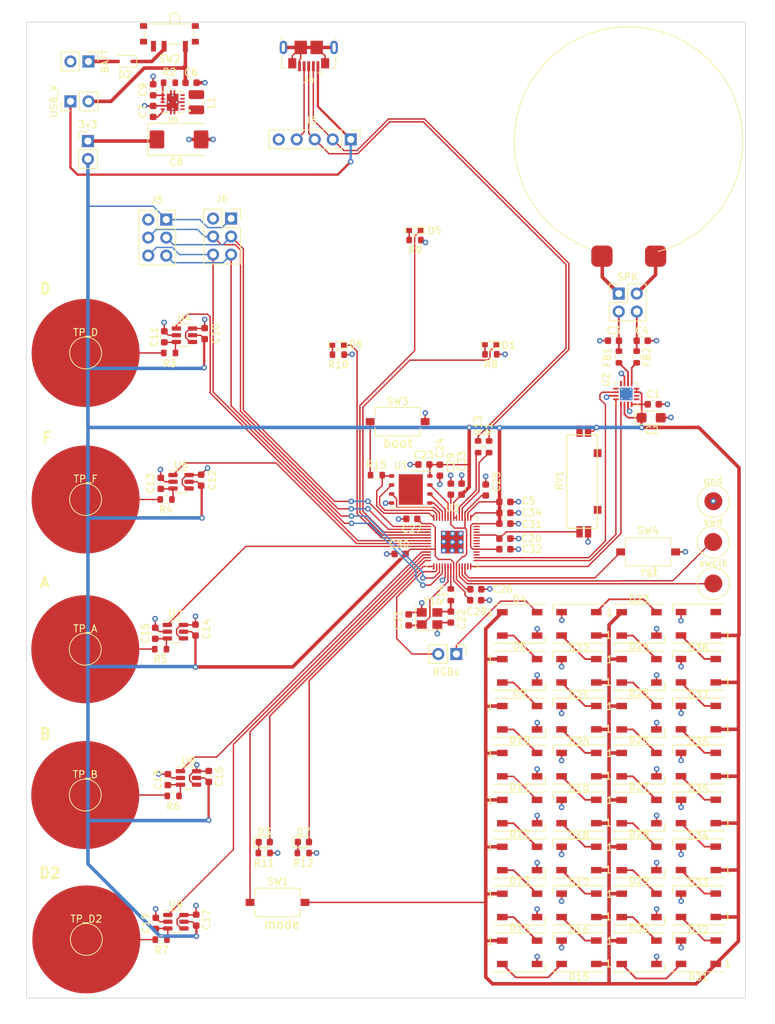
<source format=kicad_pcb>
(kicad_pcb (version 20240108) (generator "pcbnew") (generator_version "8.0")
  (layers (0 "F.Cu" signal) (31 "B.Cu" signal) (34 "B.Paste" user) (35 "F.Paste" user) (36 "B.SilkS" user "B.Silkscreen") (37 "F.SilkS" user "F.Silkscreen") (38 "B.Mask" user) (39 "F.Mask" user) (44 "Edge.Cuts" user))
  (net 0 "")
  (net 1 "+3.3V")
  (net 2 "GND")
  (net 3 "Net-(J1-Pin_1)")
  (net 4 "Net-(J1-Pin_2)")
  (net 5 "Net-(JP2-B)")
  (net 6 "Net-(JP1-A)")
  (net 7 "Net-(U5-EN)")
  (net 8 "Net-(U4-Key)")
  (net 9 "Net-(U6-Key)")
  (net 10 "Net-(U7-Key)")
  (net 11 "Net-(U8-Key)")
  (net 12 "Net-(U9-Key)")
  (net 13 "Net-(U3-GPIO26_ADC0)")
  (net 14 "Net-(U3-XIN)")
  (net 15 "Net-(C22-Pad1)")
  (net 16 "+1V1")
  (net 17 "Net-(D1-K)")
  (net 18 "Net-(D1-A)")
  (net 19 "Net-(D2-K)")
  (net 20 "+BATT")
  (net 21 "Net-(D3-K)")
  (net 22 "Net-(D3-A)")
  (net 23 "Net-(D4-DOUT)")
  (net 24 "Net-(D4-DIN)")
  (net 25 "Net-(D5-K)")
  (net 26 "Net-(D5-A)")
  (net 27 "Net-(D6-K)")
  (net 28 "Net-(D6-A)")
  (net 29 "Net-(D7-K)")
  (net 30 "Net-(D7-A)")
  (net 31 "Net-(D8-DOUT)")
  (net 32 "Net-(D10-DIN)")
  (net 33 "Net-(D10-DOUT)")
  (net 34 "Net-(D11-DOUT)")
  (net 35 "Net-(D12-DOUT)")
  (net 36 "Net-(D13-DOUT)")
  (net 37 "Net-(D14-DOUT)")
  (net 38 "Net-(D15-DOUT)")
  (net 39 "Net-(D16-DOUT)")
  (net 40 "Net-(D17-DOUT)")
  (net 41 "Net-(D18-DOUT)")
  (net 42 "Net-(D19-DOUT)")
  (net 43 "Net-(D20-DOUT)")
  (net 44 "Net-(D21-DOUT)")
  (net 45 "Net-(D22-DOUT)")
  (net 46 "Net-(D23-DOUT)")
  (net 47 "Net-(D24-DOUT)")
  (net 48 "Net-(D25-DOUT)")
  (net 49 "Net-(D26-DOUT)")
  (net 50 "Net-(D27-DOUT)")
  (net 51 "Net-(D28-DOUT)")
  (net 52 "Net-(D29-DOUT)")
  (net 53 "Net-(D30-DOUT)")
  (net 54 "Net-(D31-DOUT)")
  (net 55 "Net-(D32-DOUT)")
  (net 56 "Net-(D33-DOUT)")
  (net 57 "Net-(D34-DOUT)")
  (net 58 "Net-(D35-DOUT)")
  (net 59 "Net-(D36-DOUT)")
  (net 60 "Net-(D37-DOUT)")
  (net 62 "Net-(U2-OUTP)")
  (net 63 "Net-(U2-OUTN)")
  (net 64 "Net-(J3-Pin_1)")
  (net 65 "Net-(J3-Pin_2)")
  (net 66 "Net-(J3-Pin_3)")
  (net 67 "Net-(J3-Pin_4)")
  (net 68 "Net-(J5-Pin_3)")
  (net 69 "Net-(J5-Pin_4)")
  (net 70 "Net-(J5-Pin_5)")
  (net 71 "Net-(J5-Pin_6)")
  (net 72 "Net-(JP3-B)")
  (net 73 "Net-(U5-L2)")
  (net 74 "Net-(U5-L1)")
  (net 75 "Net-(U3-USB_DM)")
  (net 76 "Net-(R3-Pad1)")
  (net 77 "Net-(R4-Pad1)")
  (net 78 "Net-(R5-Pad1)")
  (net 79 "Net-(R6-Pad1)")
  (net 80 "Net-(R7-Pad1)")
  (net 81 "Net-(U3-USB_DP)")
  (net 82 "Net-(U3-XOUT)")
  (net 83 "Net-(R15-Pad1)")
  (net 84 "Net-(U1-~{CS})")
  (net 85 "Net-(U3-GPIO10)")
  (net 86 "Net-(U3-RUN)")
  (net 87 "Net-(U3-SWCLK)")
  (net 88 "Net-(U3-SWD)")
  (net 89 "Net-(U1-DO(IO1))")
  (net 90 "Net-(U1-IO2)")
  (net 91 "Net-(U1-DI(IO0))")
  (net 92 "Net-(U1-CLK)")
  (net 93 "Net-(U1-IO3)")
  (net 94 "Net-(U2-DIN)")
  (net 99 "Net-(U2-LRCLK)")
  (net 100 "Net-(U2-BCLK)")
  (net 101 "Net-(U3-GPIO5)")
  (net 102 "Net-(U3-GPIO6)")
  (net 103 "Net-(U3-GPIO7)")
  (net 104 "Net-(U3-GPIO8)")
  (net 105 "Net-(U3-GPIO9)")
  (net 117 "Net-(J1-Pin_4)")
  (net 118 "Net-(J1-Pin_3)")
  (footprint "Potentiometer_SMD:RS08U111Z001" (layer "F.Cu") (at 333.865 202.3 90)
    (property "Reference" "RV1")
    (property "Value" "10K")
  )
  (footprint "Resistor_SMD:R_0603_1608Metric" (layer "F.Cu") (at 320.5 197.4 -90)
    (property "Reference" "R1")
    (property "Value" "27")
  )
  (footprint "LED_SMD:LED_WS2812B_PLCC4_5.0x5.0mm_P3.2mm" (layer "F.Cu") (at 324.82 242.25)
    (property "Reference" "D10")
    (property "Value" "WS2812B")
  )
  (footprint "LED_SMD:LED_WS2812B_PLCC4_5.0x5.0mm_P3.2mm" (layer "F.Cu") (at 333.18 242.24 180)
    (property "Reference" "D19")
    (property "Value" "WS2812B")
  )
  (footprint "Capacitor_SMD:C_0603_1608Metric" (layer "F.Cu") (at 322.725 210.35)
    (property "Reference" "C20")
    (property "Value" "2.2uF")
  )
  (footprint "Resistor_SMD:R_0603_1608Metric" (layer "F.Cu") (at 294.2775 254.71625 180)
    (property "Reference" "R12")
    (property "Value" "470")
  )
  (footprint "LED_SMD:LED_WS2812B_PLCC4_5.0x5.0mm_P3.2mm" (layer "F.Cu") (at 350.03 248.85 180)
    (property "Reference" "D34")
    (property "Value" "WS2812B")
  )
  (footprint "Capacitor_SMD:C_0603_1608Metric" (layer "F.Cu") (at 273.1 150.085 90)
    (property "Reference" "C7")
    (property "Value" "10uF")
  )
  (footprint "Connector_USB:USB_Micro-B_GCT_USB3076-30-A" (layer "F.Cu") (at 295.05 142.2575 180)
    (property "Reference" "J4")
    (property "Value" "USB_B_Micro")
  )
  (footprint "Capacitor_SMD:C_0603_1608Metric" (layer "F.Cu") (at 280.375 181.435 90)
    (property "Reference" "C10")
    (property "Value" "0.1uF")
  )
  (footprint "LED_SMD:LED_0603_1608Metric" (layer "F.Cu") (at 294.3025 253.16625)
    (property "Reference" "D7")
    (property "Value" "Blue LED")
  )
  (footprint "Resistor_SMD:R_0603_1608Metric" (layer "F.Cu") (at 274.15 225.96)
    (property "Reference" "R5")
    (property "Value" "4.7k")
  )
  (footprint "LED_SMD:LED_WS2812B_PLCC4_5.0x5.0mm_P3.2mm" (layer "F.Cu") (at 324.82 268.73)
    (property "Reference" "D14")
    (property "Value" "WS2812B")
  )
  (footprint "Resistor_SMD:R_0603_1608Metric" (layer "F.Cu") (at 275.425 184.16)
    (property "Reference" "R3")
    (property "Value" "4.7k")
  )
  (footprint "LED_SMD:LED_WS2812B_PLCC4_5.0x5.0mm_P3.2mm" (layer "F.Cu") (at 324.82 248.87)
    (property "Reference" "D11")
    (property "Value" "WS2812B")
  )
  (footprint "Capacitor_SMD:C_0603_1608Metric" (layer "F.Cu") (at 322.725 206.725)
    (property "Reference" "C34")
    (property "Value" "2.2uF")
  )
  (footprint "Connector_PinHeader_2.54mm:PinHeader_1x02_P2.54mm_Vertical" (layer "F.Cu") (at 263.9 154.26)
    (property "Reference" "3v3")
    (property "Value" "Jumper_2_Bridged")
  )
  (footprint "LED_SMD:TJ-S1706CL6T5ALC9Y-A5" (layer "F.Cu") (at 309.225 166.875)
    (property "Reference" "D5")
    (property "Value" "LED")
  )
  (footprint "LED_SMD:LED_WS2812B_PLCC4_5.0x5.0mm_P3.2mm" (layer "F.Cu") (at 333.18 229 180)
    (property "Reference" "D21")
    (property "Value" "WS2812B")
  )
  (footprint "Resistor_SMD:R_0603_1608Metric" (layer "F.Cu") (at 320.75 184.35 180)
    (property "Reference" "R8")
    (property "Value" "470")
  )
  (footprint "LED_SMD:LED_WS2812B_PLCC4_5.0x5.0mm_P3.2mm" (layer "F.Cu") (at 350.03 222.37 180)
    (property "Reference" "D38")
    (property "Value" "WS2812B")
  )
  (footprint "LED_SMD:LED_WS2812B_PLCC4_5.0x5.0mm_P3.2mm" (layer "F.Cu") (at 350.03 268.71 180)
    (property "Reference" "D31")
    (property "Value" "WS2812B")
  )
  (footprint "Package_DFN_QFN:QFN-16-1EP_3x3mm_P0.5mm_EP1.75x1.75mm_ThermalVias" (layer "F.Cu") (at 339.8525 189.95 90)
    (property "Reference" "U2")
    (property "Value" "MAX98357AETE+")
  )
  (footprint "LED_SMD:LED_WS2812B_PLCC4_5.0x5.0mm_P3.2mm" (layer "F.Cu") (at 341.66 268.73)
    (property "Reference" "D30")
    (property "Value" "WS2812B")
  )
  (footprint "Capacitor_SMD:C_0603_1608Metric" (layer "F.Cu") (at 315.1 221.425 -90)
    (property "Reference" "C22")
    (property "Value" "15pf")
  )
  (footprint "Crystal:Crystal_SMD_3225-4Pin_3.2x2.5mm" (layer "F.Cu") (at 312.1 221.625)
    (property "Reference" "Y1")
    (property "Value" "12Mhz")
  )
  (footprint "TestPoint:TestPoint_Pad_D4.0mm" (layer "F.Cu") (at 263.575 184.16)
    (property "Reference" "TP_D")
    (property "Value" "TouchPad D")
  )
  (footprint "LED_SMD:LED_WS2812B_PLCC4_5.0x5.0mm_P3.2mm" (layer "F.Cu") (at 350.03 228.99 180)
    (property "Reference" "D37")
    (property "Value" "WS2812B")
  )
  (footprint "Capacitor_SMD:C_0603_1608Metric" (layer "F.Cu") (at 318.6 219.05)
    (property "Reference" "C28")
    (property "Value" ".1uF")
  )
  (footprint "LED_SMD:LED_WS2812B_PLCC4_5.0x5.0mm_P3.2mm" (layer "F.Cu") (at 350.03 262.09 180)
    (property "Reference" "D32")
    (property "Value" "WS2812B")
  )
  (footprint "Capacitor_SMD:C_0603_1608Metric" (layer "F.Cu") (at 309.15 221.825 90)
    (property "Reference" "C21")
    (property "Value" "15pf")
  )
  (footprint "TestPoint:TestPoint_Pad_D4.0mm" (layer "F.Cu") (at 263.575 204.835)
    (property "Reference" "TP_F")
    (property "Value" "TouchPad F")
  )
  (footprint "Package_TO_SOT_SMD:SOT-23-6" (layer "F.Cu") (at 276.3125 264.41)
    (property "Reference" "U9")
    (property "Value" "~")
  )
  (footprint "Capacitor_SMD:C_0603_1608Metric" (layer "F.Cu") (at 342.09625 182.43125)
    (property "Reference" "C4")
    (property "Value" "220pF")
  )
  (footprint "LED_SMD:LED_WS2812B_PLCC4_5.0x5.0mm_P3.2mm" (layer "F.Cu") (at 341.66 229.01)
    (property "Reference" "D24")
    (property "Value" "WS2812B")
  )
  (footprint "Capacitor_SMD:C_0603_1608Metric" (layer "F.Cu") (at 279.075 223.26 90)
    (property "Reference" "C14")
    (property "Value" "0.1uF")
  )
  (footprint "Resistor_SMD:R_0603_1608Metric" (layer "F.Cu") (at 338.82125 184.73125 -90)
    (property "Reference" "FB1")
    (property "Value" "120 Ohms @ 100 MHz")
  )
  (footprint "LED_SMD:LED_WS2812B_PLCC4_5.0x5.0mm_P3.2mm" (layer "F.Cu") (at 341.66 262.11)
    (property "Reference" "D29")
    (property "Value" "WS2812B")
  )
  (footprint "Connector_PinHeader_2.54mm:PinHeader_1x02_P2.54mm_Vertical" (layer "F.Cu") (at 263.975 143.035 -90)
    (property "Reference" "BATT")
    (property "Value" "Power")
  )
  (footprint "Capacitor_SMD:C_0603_1608Metric" (layer "F.Cu") (at 313.55 200.7 -90)
    (property "Reference" "C24")
    (property "Value" "2.2uF")
  )
  (footprint "TestPoint:TestPoint_Pad_D4.0mm" (layer "F.Cu") (at 263.525 225.96)
    (property "Reference" "TP_A")
    (property "Value" "TouchPad A")
  )
  (footprint "Resistor_SMD:R_0603_1608Metric" (layer "F.Cu") (at 341.32125 184.73125 -90)
    (property "Reference" "FB2")
    (property "Value" "120 Ohms @ 100 MHz")
  )
  (footprint "Package_SON:WSON-8-1EP_6x5mm_P1.27mm_EP3.4x4.3mm" (layer "F.Cu") (at 309.45 203.425)
    (property "Reference" "U1")
    (property "Value" "W25Q32JVSS")
  )
  (footprint "LED_SMD:LED_WS2812B_PLCC4_5.0x5.0mm_P3.2mm" (layer "F.Cu") (at 333.18 268.72 180)
    (property "Reference" "D15")
    (property "Value" "WS2812B")
  )
  (footprint "Diode_SMD:D_SOD-323" (layer "F.Cu") (at 269.15 143.035 180)
    (property "Reference" "D2")
    (property "Value" "diode")
  )
  (footprint "Button_Switch_SMD:SW_SPDT_PCM12" (layer "F.Cu") (at 275.4 139.46 180)
    (property "Reference" "SW2")
    (property "Value" "power")
  )
  (footprint "Capacitor_SMD:C_0603_1608Metric" (layer "F.Cu") (at 322.725 205.175)
    (property "Reference" "C5")
    (property "Value" "2.2uF")
  )
  (footprint "Capacitor_SMD:C_0603_1608Metric" (layer "F.Cu") (at 274.175 202.56 90)
    (property "Reference" "C13")
    (property "Value" "47pF")
  )
  (footprint "LED_SMD:LED_WS2812B_PLCC4_5.0x5.0mm_P3.2mm" (layer "F.Cu") (at 333.18 248.86 180)
    (property "Reference" "D18")
    (property "Value" "WS2812B")
  )
  (footprint "LED_SMD:LED_WS2812B_PLCC4_5.0x5.0mm_P3.2mm" (layer "F.Cu") (at 350.03 242.23 180)
    (property "Reference" "D35")
    (property "Value" "WS2812B")
  )
  (footprint "LED_SMD:LED_WS2812B_PLCC4_5.0x5.0mm_P3.2mm" (layer "F.Cu") (at 333.18 255.48 180)
    (property "Reference" "D17")
    (property "Value" "WS2812B")
  )
  (footprint "Resistor_SMD:R_0603_1608Metric" (layer "F.Cu") (at 299.225 184.4 180)
    (property "Reference" "R10")
    (property "Value" "470")
  )
  (footprint "LED_SMD:LED_WS2812B_PLCC4_5.0x5.0mm_P3.2mm" (layer "F.Cu") (at 350.03 235.61 180)
    (property "Reference" "D36")
    (property "Value" "WS2812B")
  )
  (footprint "TestPoint:TestPoint_Pad_D4.0mm" (layer "F.Cu") (at 263.675 266.91)
    (property "Reference" "TP_D2")
    (property "Value" "TouchPad D2")
  )
  (footprint "LED_SMD:LED_WS2812B_PLCC4_5.0x5.0mm_P3.2mm" (layer "F.Cu") (at 333.18 262.1 180)
    (property "Reference" "D16")
    (property "Value" "WS2812B")
  )
  (footprint "Connector_PinHeader_2.54mm:PinHeader_2x02_P2.54mm_Vertical" (layer "F.Cu") (at 338.79625 175.78125)
    (property "Reference" "SPK")
    (property "Value" "Conn_02x02_Odd_Even")
  )
  (footprint "Capacitor_SMD:C_0603_1608Metric" (layer "F.Cu") (at 273.1 147.035 90)
    (property "Reference" "C9")
    (property "Value" "0.1uF")
  )
  (footprint "Capacitor_SMD:C_0603_1608Metric" (layer "F.Cu") (at 311.3 199.9 180)
    (property "Reference" "C23")
    (property "Value" "0.1uF")
  )
  (footprint "Buzzer_Beeper:FS32MS0410-H5.1" (layer "F.Cu") (at 340.17125 154.28125 -90)
    (property "Reference" "LS1")
    (property "Value" "Speaker")
  )
  (footprint "Capacitor_Tantalum_SMD:CP_EIA-3216-18_Kemet-A" (layer "F.Cu") (at 343.365 193.3)
    (property "Reference" "C2")
    (property "Value" "10uF")
  )
  (footprint "LED_SMD:LED_WS2812B_PLCC4_5.0x5.0mm_P3.2mm" (layer "F.Cu") (at 324.82 255.49)
    (property "Reference" "D12")
    (property "Value" "WS2812B")
  )
  (footprint "Package_TO_SOT_SMD:SOT-23-6" (layer "F.Cu") (at 277.0375 202.335)
    (property "Reference" "U6")
    (property "Value" "~")
  )
  (footprint "Resistor_SMD:R_0603_1608Metric" (layer "F.Cu") (at 275.4 146.035 180)
    (property "Reference" "R2")
    (property "Value" "100")
  )
  (footprint "Resistor_SMD:R_0603_1608Metric" (layer "F.Cu") (at 274.225 266.935)
    (property "Reference" "R7")
    (property "Value" "4.7k")
  )
  (footprint "Capacitor_SMD:C_0603_1608Metric" (layer "F.Cu") (at 316.625 203.375 90)
    (property "Reference" "C33")
    (property "Value" ".1uF")
  )
  (footprint "LED_SMD:LED_WS2812B_PLCC4_5.0x5.0mm_P3.2mm" (layer "F.Cu") (at 324.82 235.63)
    (property "Reference" "D9")
    (property "Value" "WS2812B")
  )
  (footprint "Resistor_SMD:R_0603_1608Metric" (layer "F.Cu") (at 275.925 246.66)
    (property "Reference" "R6")
    (property "Value" "4.7k")
  )
  (footprint "LED_SMD:LED_WS2812B_PLCC4_5.0x5.0mm_P3.2mm" (layer "F.Cu") (at 341.66 255.49)
    (property "Reference" "D28")
    (property "Value" "WS2812B")
  )
  (footprint "TestPoint:TestPoint_Pad_D4.0mm" (layer "F.Cu") (at 352.115 210.835)
    (property "Reference" "swd")
    (property "Value" "swd")
  )
  (footprint "Connector_PinSocket_2.54mm:PinSocket_2x03_P2.54mm_Vertical" (layer "F.Cu") (at 274.95 165.345)
    (property "Reference" "J5")
    (property "Value" "Conn_02x03_Odd_Even")
  )
  (footprint "Capacitor_SMD:C_0603_1608Metric" (layer "F.Cu") (at 274.675 181.885 90)
    (property "Reference" "C11")
    (property "Value" "47pF")
  )
  (footprint "LED_SMD:LED_WS2812B_PLCC4_5.0x5.0mm_P3.2mm" (layer "F.Cu") (at 341.66 242.25)
    (property "Reference" "D26")
    (property "Value" "WS2812B")
  )
  (footprint "Connector_PinSocket_2.54mm:PinSocket_2x03_P2.54mm_Vertical" (layer "F.Cu") (at 284.1 165.195)
    (property "Reference" "J6")
    (property "Value" "Conn_02x03_Odd_Even")
  )
  (footprint "Capacitor_SMD:C_0603_1608Metric" (layer "F.Cu") (at 309.6 207.575 180)
    (property "Reference" "C27")
    (property "Value" ".1uF")
  )
  (footprint "LED_SMD:LED_WS2812B_PLCC4_5.0x5.0mm_P3.2mm" (layer "F.Cu") (at 333.18 235.62 180)
    (property "Reference" "D20")
    (property "Value" "WS2812B")
  )
  (footprint "Resistor_SMD:R_0603_1608Metric" (layer "F.Cu") (at 288.765 254.71625 180)
    (property "Reference" "R11")
    (property "Value" "470")
  )
  (footprint "Resistor_SMD:R_0603_1608Metric" (layer "F.Cu") (at 274.925 204.835)
    (property "Reference" "R4")
    (property "Value" "4.7k")
  )
  (footprint "Capacitor_Tantalum_SMD:CP_EIA-7343-31_Kemet-D" (layer "F.Cu") (at 276.75 154.035)
    (property "Reference" "C8")
    (property "Value" "470uF")
  )
  (footprint "Button_Switch_SMD:SW_Tactile_SPST_NO_Straight_CK_PTS636Sx25SMTRLFS" (layer "F.Cu") (at 342.94 212.235)
    (property "Reference" "SW4")
    (property "Value" "rst")
  )
  (footprint "Button_Switch_SMD:SW_Tactile_SPST_NO_Straight_CK_PTS636Sx25SMTRLFS" (layer "F.Cu") (at 307.6 193.85 180)
    (property "Reference" "SW3")
    (property "Value" "boot")
  )
  (footprint "LED_SMD:LED_WS2812B_PLCC4_5.0x5.0mm_P3.2mm" (layer "F.Cu") (at 341.66 235.63)
    (property "Reference" "D25")
    (property "Value" "WS2812B")
  )
  (footprint "Package_DFN_QFN:QFN-56-1EP_7x7mm_P0.4mm_EP3.2x3.2mm" (layer "F.Cu") (at 315.3 210.85)
    (property "Reference" "U3")
    (property "Value" "RP2040")
  )
  (footprint "LED_SMD:TJ-S1706CL6T5ALC9Y-A5" (layer "F.Cu") (at 319.925 183)
    (property "Reference" "D1")
    (property "Value" "LED")
  )
  (footprint "LED_SMD:TJ-S1706CL6T5ALC9Y-A5" (layer "F.Cu") (at 298.4 183.07)
    (property "Reference" "D6")
    (property "Value" "LED")
  )
  (footprint "LED_SMD:LED_WS2812B_PLCC4_5.0x5.0mm_P3.2mm" (layer "F.Cu") (at 324.82 222.39)
    (property "Reference" "D4")
    (property "Value" "WS2812B")
  )
  (footprint "Connector_PinHeader_2.54mm:PinHeader_1x02_P2.54mm_Vertical" (layer "F.Cu") (at 261.435 148.66 90)
    (property "Reference" "USB_V")
    (property "Value" "Jumper_2_Bridged")
  )
  (footprint "Capacitor_SMD:C_0603_1608Metric" (layer "F.Cu") (at 278.45 146.035)
    (property "Reference" "C6")
    (property "Value" "10uF")
  )
  (footprint "Connector_PinHeader_2.54mm:PinHeader_1x02_P2.54mm_Vertical" (layer "F.Cu") (at 315.88 226.64 -90)
    (property "Reference" "RGBs")
    (property "Value" "Jumper_2_Bridged")
  )
  (footprint "LED_SMD:LED_WS2812B_PLCC4_5.0x5.0mm_P3.2mm" (layer "F.Cu") (at 341.66 248.87)
    (property "Reference" "D27")
    (property "Value" "WS2812B")
  )
  (footprint "Resistor_SMD:R_0603_1608Metric" (layer "F.Cu") (at 310.05 168.225 180)
    (property "Reference" "R9")
    (property "Value" "470")
  )
  (footprint "Button_Switch_SMD:SW_Tactile_SPST_NO_Straight_CK_PTS636Sx25SMTRLFS" (layer "F.Cu") (at 290.65 261.685 180)
    (property "Reference" "SW1")
    (property "Value" "mode")
  )
  (footprint "Capacitor_SMD:C_0603_1608Metric" (layer "F.Cu") (at 275.175 244.36 90)
    (property "Reference" "C18")
    (property "Value" "47pF")
  )
  (footprint "Inductor_SMD:L_1008_2520Metric" (layer "F.Cu") (at 279.2 148.785 90)
    (property "Reference" "L1")
    (property "Value" "2.2uH")
  )
  (footprint "Capacitor_SMD:C_0603_1608Metric" (layer "F.Cu") (at 315.1 203.375 90)
    (property "Reference" "C29")
    (property "Value" ".1uF")
  )
  (footprint "Package_TO_SOT_SMD:SOT-23-6" (layer "F.Cu") (at 278.085 244.125)
    (property "Reference" "U8")
    (property "Value" "~")
  )
  (footprint "Package_TO_SOT_SMD:SOT-23-6" (layer "F.Cu") (at 276.2375 223.485)
    (property "Reference" "U7")
    (property "Value" "~")
  )
  (footprint "Package_TO_SOT_SMD:SOT-23-6" (layer "F.Cu") (at 277.5125 181.66)
    (property "Reference" "U4")
    (property "Value" "~")
  )
  (footprint "Resistor_SMD:R_0603_1608Metric" (layer "F.Cu") (at 318.95 197.4 90)
    (property "Reference" "R13")
    (property "Value" "27")
  )
  (footprint "Capacitor_SMD:C_0603_1608Metric" (layer "F.Cu") (at 273.475 264.635 90)
    (property "Reference" "C19")
    (property "Value" "47pF")
  )
  (footprint "LED_SMD:LED_WS2812B_PLCC4_5.0x5.0mm_P3.2mm" (layer "F.Cu") (at 350.03 255.47 180)
    (property "Reference" "D33")
    (property "Value" "WS2812B")
  )
  (footprint "Capacitor_SMD:C_0603_1608Metric" (layer "F.Cu") (at 343.665 191.4)
    (property "Reference" "C1")
    (property "Value" "0.1uF")
  )
  (footprint "Capacitor_SMD:C_0603_1608Metric" (layer "F.Cu") (at 307.95 212.525 180)
    (property "Reference" "C30")
    (property "Value" ".1uF")
  )
  (footprint "LED_SMD:LED_WS2812B_PLCC4_5.0x5.0mm_P3.2mm" (layer "F.Cu") (at 341.66 222.39)
    (property "Reference" "D23")
    (property "Value" "WS2812B")
  )
  (footprint "LED_SMD:LED_WS2812B_PLCC4_5.0x5.0mm_P3.2mm" (layer "F.Cu") (at 324.82 229.01)
    (property "Reference" "D8")
    (property "Value" "WS2812B")
  )
  (footprint "LED_SMD:LED_WS2812B_PLCC4_5.0x5.0mm_P3.2mm" (layer "F.Cu") (at 324.82 262.11)
    (property "Reference" "D13")
    (property "Value" "WS2812B")
  )
  (footprint "Capacitor_SMD:C_0603_1608Metric" (layer "F.Cu") (at 279.175 264.185 90)
    (property "Reference" "C17")
    (property "Value" "0.1uF")
  )
  (footprint "TestPoint:TestPoint_Pad_D4.0mm" (layer "F.Cu") (at 263.525 246.535)
    (property "Reference" "TP_B")
    (property "Value" "TouchPad B")
  )
  (footprint "Resistor_SMD:R_0603_1608Metric" (layer "F.Cu") (at 315.1 218.275 90)
    (property "Reference" "R14")
    (property "Value" "1k")
  )
  (footprint "LED_SMD:LED_0603_1608Metric" (layer "F.Cu") (at 288.7775 253.17625)
    (property "Reference" "D3")
    (property "Value" "Blue LED")
  )
  (footprint "Resistor_SMD:R_0603_1608Metric" (layer "F.Cu") (at 304.6 201.4)
    (property "Reference" "R15")
    (property "Value" "1k")
  )
  (footprint "TestPoint:TestPoint_Pad_D4.0mm" (layer "F.Cu") (at 352.14 216.685)
    (property "Reference" "swclk")
    (property "Value" "swclk")
  )
  (footprint "Capacitor_SMD:C_0603_1608Metric" (layer "F.Cu") (at 320.025 203.5 90)
    (property "Reference" "C25")
    (property "Value" "2.2uF")
  )
  (footprint "TestPoint:TestPoint_Pad_D4.0mm" (layer "F.Cu") (at 352.14 205.085)
    (property "Reference" "gnd")
    (property "Value" "swd")
  )
  (footprint "TPS63001DRCR:VREG_V62_16624-01YE" (layer "F.Cu") (at 275.85 148.785 180)
    (property "Reference" "U5")
    (property "Value" "TPS63001DRCR")
  )
  (footprint "LED_SMD:LED_WS2812B_PLCC4_5.0x5.0mm_P3.2mm" (layer "F.Cu") (at 333.18 222.38 180)
    (property "Reference" "D22")
    (property "Value" "WS2812B")
  )
  (footprint "Capacitor_SMD:C_0603_1608Metric" (layer "F.Cu") (at 273.4 223.71 90)
    (property "Reference" "C15")
    (property "Value" "47pF")
  )
  (footprint "Capacitor_SMD:C_0603_1608Metric" (layer "F.Cu") (at 322.725 211.85)
    (property "Reference" "C32")
    (property "Value" ".1uF")
  )
  (footprint "Capacitor_SMD:C_0603_1608Metric" (layer "F.Cu") (at 280.95 243.91 90)
    (property "Reference" "C16")
    (property "Value" "0.1uF")
  )
  (footprint "Capacitor_SMD:C_0603_1608Metric" (layer "F.Cu") (at 322.725 208.24)
    (property "Reference" "C31")
    (property "Value" ".1uF")
  )
  (footprint "Capacitor_SMD:C_0603_1608Metric" (layer "F.Cu") (at 318.625 217.5)
    (property "Reference" "C26")
    (property "Value" ".1uF")
  )
  (footprint "Capacitor_SMD:C_0603_1608Metric" (layer "F.Cu") (at 279.875 202.11 90)
    (property "Reference" "C12")
    (property "Value" "0.1uF")
  )
  (footprint "Capacitor_SMD:C_0603_1608Metric" (layer "F.Cu") (at 338.04625 182.43125)
    (property "Reference" "C3")
    (property "Value" "220pF")
  )
  (footprint "Connector_PinHeader_2.54mm:PinHeader_1x05_P2.54mm_Vertical" (layer "F.Cu") (at 300.98 154.0325 -90)
    (property "Reference" "J3")
    (property "Value" "Conn_01x04")
  )
  (gr_rect (start 255.24 137.475) (end 356.65 275.185) (stroke (width 0.1)) (fill none) (layer "Edge.Cuts"))
  (gr_text "A" (at 256.94 217.41 0) (layer "F.SilkS") (effects (font (size 1.5 1.5) (thickness 0.3) (bold yes)) (justify left bottom)))
  (gr_text "mode" (at 288.64 265.485 0) (layer "F.SilkS") (effects (font (size 1.25 1.25) (thickness 0.2)) (justify left bottom)))
  (gr_text "rst" (at 341.715 215.81 0) (layer "F.SilkS") (effects (font (size 1.25 1.25) (thickness 0.2)) (justify left bottom)))
  (gr_text "F" (at 257.24 197.035 0) (layer "F.SilkS") (effects (font (size 1.5 1.5) (thickness 0.3) (bold yes)) (justify left bottom)))
  (gr_text "D2" (at 256.84 258.435 0) (layer "F.SilkS") (effects (font (size 1.5 1.5) (thickness 0.3) (bold yes)) (justify left bottom)))
  (gr_text "B" (at 256.94 238.785 0) (layer "F.SilkS") (effects (font (size 1.5 1.5) (thickness 0.3) (bold yes)) (justify left bottom)))
  (gr_text "boot" (at 305.44 197.635 0) (layer "F.SilkS") (effects (font (size 1.25 1.25) (thickness 0.2)) (justify left bottom)))
  (gr_text "D" (at 256.94 175.96 0) (layer "F.SilkS") (effects (font (size 1.5 1.5) (thickness 0.3) (bold yes)) (justify left bottom)))
  (segment (start 342.015 191.4125) (end 342.8775 191.4125) (width 0.25) (layer "F.Cu") (net 1))
  (segment (start 277.375 223.485) (end 278.525 223.485) (width 0.2) (layer "F.Cu") (net 1))
  (segment (start 320.03 247.17) (end 320.03 240.57) (width 0.5) (layer "F.Cu") (net 1))
  (segment (start 279.2 265.235) (end 279.2 266.445) (width 0.325) (layer "F.Cu") (net 1))
  (segment (start 355.65 250.5) (end 355.68 250.47) (width 0.5) (layer "F.Cu") (net 1))
  (segment (start 337.43 230.67) (end 337.43 233.97) (width 0.5) (layer "F.Cu") (net 1))
  (segment (start 317.1 217.895646) (end 317.1 218.325) (width 0.2) (layer "F.Cu") (net 1))
  (segment (start 337.43 233.97) (end 337.43 237.32) (width 0.5) (layer "F.Cu") (net 1))
  (segment (start 337.43 267.02) (end 337.43 270.42) (width 0.5) (layer "F.Cu") (net 1))
  (segment (start 339.21 267.08) (end 337.49 267.08) (width 0.5) (layer "F.Cu") (net 1))
  (segment (start 278.175 202.335) (end 279.325 202.335) (width 0.2) (layer "F.Cu") (net 1))
  (segment (start 352.48 250.5) (end 355.65 250.5) (width 0.5) (layer "F.Cu") (net 1))
  (segment (start 337.43 273.145) (end 337.405 273.17) (width 0.5) (layer "F.Cu") (net 1))
  (segment (start 342.8775 191.4125) (end 342.89 191.4) (width 0.25) (layer "F.Cu") (net 1))
  (segment (start 280.3 182.285) (end 280.375 182.21) (width 0.5) (layer "F.Cu") (net 1))
  (segment (start 320.98 273.17) (end 320.03 272.22) (width 0.5) (layer "F.Cu") (net 1))
  (segment (start 355.68 243.87) (end 355.68 237.27) (width 0.5) (layer "F.Cu") (net 1))
  (segment (start 335.855 273.17) (end 320.98 273.17) (width 0.5) (layer "F.Cu") (net 1))
  (segment (start 340.115 193.3) (end 342.015 193.3) (width 0.25) (layer "F.Cu") (net 1))
  (segment (start 352.48 237.26) (end 355.67 237.26) (width 0.5) (layer "F.Cu") (net 1))
  (segment (start 337.42 224.03) (end 337.43 224.02) (width 0.5) (layer "F.Cu") (net 1))
  (segment (start 315.5 214.2875) (end 315.5 213.725) (width 0.2) (layer "F.Cu") (net 1))
  (segment (start 320.04 233.98) (end 320.03 233.97) (width 0.5) (layer "F.Cu") (net 1))
  (segment (start 279.075 228.485) (end 279.1 228.46) (width 0.5) (layer "F.Cu") (net 1))
  (segment (start 337.43 260.42) (end 337.43 263.72) (width 0.5) (layer "F.Cu") (net 1))
  (segment (start 312.1 199.925) (end 312.075 199.9) (width 0.2) (layer "F.Cu") (net 1))
  (segment (start 341.315 189.7) (end 341.7775 189.7) (width 0.25) (layer "F.Cu") (net 1))
  (segment (start 317.5 207.4125) (end 317.5 206.77996) (width 0.2) (layer "F.Cu") (net 1))
  (segment (start 279.325 202.335) (end 279.875 202.885) (width 0.2) (layer "F.Cu") (net 1))
  (segment (start 279.95 202.96) (end 279.875 202.885) (width 0.5) (layer "F.Cu") (net 1))
  (segment (start 352.48 270.36) (end 352.49 270.36) (width 0.5) (layer "F.Cu") (net 1))
  (segment (start 339.21 233.98) (end 337.44 233.98) (width 0.5) (layer "F.Cu") (net 1))
  (segment (start 337.5 253.84) (end 337.43 253.77) (width 0.5) (layer "F.Cu") (net 1))
  (segment (start 339.21 253.84) (end 337.5 253.84) (width 0.5) (layer "F.Cu") (net 1))
  (segment (start 339.21 247.22) (end 337.43 247.22) (width 0.5) (layer "F.Cu") (net 1))
  (segment (start 355.61 230.64) (end 355.68 230.57) (width 0.5) (layer "F.Cu") (net 1))
  (segment (start 279.95 207.395) (end 279.99 207.435) (width 0.325) (layer "F.Cu") (net 1))
  (segment (start 317.9 211.544975) (end 318.205025 211.85) (width 0.2) (layer "F.Cu") (net 1))
  (segment (start 317.9 208.555025) (end 318.205025 208.25) (width 0.2) (layer "F.Cu") (net 1))
  (segment (start 318.5875 206.725) (end 317.9 207.4125) (width 0.2) (layer "F.Cu") (net 1))
  (segment (start 337.43 240.62) (end 337.43 243.92) (width 0.5) (layer "F.Cu") (net 1))
  (segment (start 320.04 227.36) (end 320.03 227.37) (width 0.5) (layer "F.Cu") (net 1))
  (segment (start 335.63 250.51) (end 337.42 250.51) (width 0.5) (layer "F.Cu") (net 1))
  (segment (start 322.37 227.36) (end 320.04 227.36) (width 0.5) (layer "F.Cu") (net 1))
  (segment (start 337.45 240.6) (end 337.43 240.62) (width 0.5) (layer "F.Cu") (net 1))
  (segment (start 312.9 211.85) (end 312.9 208.755025) (width 0.2) (layer "F.Cu") (net 1))
  (segment (start 320.07 267.08) (end 320.03 267.12) (width 0.5) (layer "F.Cu") (net 1))
  (segment (start 341.315 189.7) (end 341.315 189.2) (width 0.25) (layer "F.Cu") (net 1))
  (segment (start 280.375 182.21) (end 279.825 181.66) (width 0.2) (layer "F.Cu") (net 1))
  (segment (start 322.37 247.22) (end 320.08 247.22) (width 0.5) (layer "F.Cu") (net 1))
  (segment (start 292.79 228.46) (end 308.725 212.525) (width 0.5) (layer "F.Cu") (net 1))
  (segment (start 355.68 237.27) (end 355.68 230.57) (width 0.5) (layer "F.Cu") (net 1))
  (segment (start 335.15 195.2) (end 335.675 194.675) (width 0.2) (layer "F.Cu") (net 1))
  (segment (start 352.48 270.36) (end 352.48 270.395) (width 0.5) (layer "F.Cu") (net 1))
  (segment (start 320.06 240.6) (end 320.03 240.57) (width 0.5) (layer "F.Cu") (net 1))
  (segment (start 337.38 237.27) (end 337.43 237.32) (width 0.5) (layer "F.Cu") (net 1))
  (segment (start 355.765 200.36) (end 355.765 224.005) (width 0.5) (layer "F.Cu") (net 1))
  (segment (start 322.37 233.98) (end 320.04 233.98) (width 0.5) (layer "F.Cu") (net 1))
  (segment (start 313.375 213.3) (end 312.9 212.825) (width 0.2) (layer "F.Cu") (net 1))
  (segment (start 320.03 253.87) (end 320.03 247.17) (width 0.5) (layer "F.Cu") (net 1))
  (segment (start 355.68 257.12) (end 355.68 250.47) (width 0.5) (layer "F.Cu") (net 1))
  (segment (start 355.75 224.02) (end 352.48 224.02) (width 0.5) (layer "F.Cu") (net 1))
  (segment (start 280.3 186.235) (end 280.3 182.285) (width 0.325) (layer "F.Cu") (net 1))
  (segment (start 337.43 227.32) (end 337.43 230.67) (width 0.5) (layer "F.Cu") (net 1))
  (segment (start 318.205025 208.25) (end 318.7375 208.25) (width 0.2) (layer "F.Cu") (net 1))
  (segment (start 339.21 240.6) (end 337.45 240.6) (width 0.5) (layer "F.Cu") (net 1))
  (segment (start 352.48 270.395) (end 349.705 273.17) (width 0.5) (layer "F.Cu") (net 1))
  (segment (start 335.63 230.65) (end 337.41 230.65) (width 0.5) (layer "F.Cu") (net 1))
  (segment (start 355.68 250.47) (end 355.68 243.87) (width 0.5) (layer "F.Cu") (net 1))
  (segment (start 355.68 267.17) (end 355.68 263.67) (width 0.5) (layer "F.Cu") (net 1))
  (segment (start 335.63 257.13) (end 337.42 257.13) (width 0.5) (layer "F.Cu") (net 1))
  (segment (start 352.48 257.12) (end 355.68 257.12) (width 0.5) (layer "F.Cu") (net 1))
  (segment (start 341.7775 189.7) (end 342.0275 189.95) (width 0.25) (layer "F.Cu") (net 1))
  (segment (start 355.67 237.26) (end 355.68 237.27) (width 0.5) (layer "F.Cu") (net 1))
  (segment (start 342.015 191.4125) (end 342.0275 191.4) (width 0.25) (layer "F.Cu") (net 1))
  (segment (start 312.394975 208.25) (end 311.8625 208.25) (width 0.2) (layer "F.Cu") (net 1))
  (segment (start 355.61 263.74) (end 355.68 263.67) (width 0.5) (layer "F.Cu") (net 1))
  (segment (start 339.6025 191.4125) (end 339.6025 192.7875) (width 0.25) (layer "F.Cu") (net 1))
  (segment (start 337.43 243.92) (end 337.43 247.22) (width 0.5) (layer "F.Cu") (net 1))
  (segment (start 312.9 212.825) (end 312.9 211.85) (width 0.2) (layer "F.Cu") (net 1))
  (segment (start 279.825 181.66) (end 278.65 181.66) (width 0.2) (layer "F.Cu") (net 1))
  (segment (start 320.06 253.84) (end 320.03 253.87) (width 0.5) (layer "F.Cu") (net 1))
  (segment (start 320.08 247.22) (end 320.03 247.17) (width 0.5) (layer "F.Cu") (net 1))
  (segment (start 337.47 260.46) (end 337.43 260.42) (width 0.5) (layer "F.Cu") (net 1))
  (segment (start 322.37 260.46) (end 320.04 260.46) (width 0.5) (layer "F.Cu") (net 1))
  (segment (start 317.9 211.544975) (end 317.9 208.555025) (width 0.2) (layer "F.Cu") (net 1))
  (segment (start 337.43 237.32) (end 337.43 240.62) (width 0.5) (layer "F.Cu") (net 1))
  (segment (start 312.15 201.52) (end 312.15 199.975) (width 0.2) (layer "F.Cu") (net 1))
  (segment (start 279.075 228.485) (end 279.075 224.035) (width 0.325) (layer "F.Cu") (net 1))
  (segment (start 337.44 233.98) (end 337.43 233.97) (width 0.5) (layer "F.Cu") (net 1))
  (segment (start 355.68 224.09) (end 355.68 230.57) (width 0.5) (layer "F.Cu") (net 1))
  (segment (start 337.43 263.72) (end 337.43 267.02) (width 0.5) (layer "F.Cu") (net 1))
  (segment (start 342.0275 191.4) (end 342.0275 193.2875) (width 0.25) (layer "F.Cu") (net 1))
  (segment (start 315.5 216.295646) (end 317.1 217.895646) (width 0.2) (layer "F.Cu") (net 1))
  (segment (start 339.21 227.36) (end 337.47 227.36) (width 0.5) (layer "F.Cu") (net 1))
  (segment (start 312.9 208.755025) (end 312.394975 208.25) (width 0.2) (layer "F.Cu") (net 1))
  (segment (start 318.7375 211.85) (end 321.95 211.85) (width 0.2) (layer "F.Cu") (net 1))
  (segment (start 279.05 265.085) (end 279.175 264.96) (width 0.5) (layer "F.Cu") (net 1))
  (segment (start 335.63 270.37) (end 337.38 270.37) (width 0.5) (layer "F.Cu") (net 1))
  (segment (start 337.43 222.52) (end 337.43 224.02) (width 0.5) (layer "F.Cu") (net 1))
  (segment (start 317.7 203.075) (end 317.7 199.925) (width 0.5) (layer "F.Cu") (net 1))
  (segment (start 315.5 213.725) (end 315.075 213.3) (width 0.2) (layer "F.Cu") (net 1))
  (segment (start 312.15 199.975) (end 312.075 199.9) (width 0.2) (layer "F.Cu") (net 1))
  (segment (start 339.21 260.46) (end 337.47 260.46) (width 0.5) (layer "F.Cu") (net 1))
  (segment (start 339.6025 192.7875) (end 340.115 193.3) (width 0.25) (layer "F.Cu") (net 1))
  (segment (start 322.37 267.08) (end 320.07 267.08) (width 0.5) (layer "F.Cu") (net 1))
  (segment (start 352.48 263.74) (end 355.61 263.74) (width 0.5) (layer "F.Cu") (net 1))
  (segment (start 315.5 214.2875) (end 315.5 216.295646) (width 0.2) (layer "F.Cu") (net 1))
  (segment (start 342.0275 193.2875) (end 342.015 193.3) (width 0.25) (layer "F.Cu") (net 1))
  (segment (start 337.4 263.75) (end 337.43 263.72) (width 0.5) (layer "F.Cu") (net 1))
  (segment (start 316.625 204.15) (end 317.7 203.075) (width 0.5) (layer "F.Cu") (net 1))
  (segment (start 337.4 243.89) (end 337.43 243.92) (width 0.5) (layer "F.Cu") (net 1))
  (segment (start 315.5 207.4125) (end 315.9 207.4125) (width 0.2) (layer "F.Cu") (net 1))
  (segment (start 311.8625 211.85) (end 309.4 211.85) (width 0.2) (layer "F.Cu") (net 1))
  (segment (start 315.5 205.275) (end 316.625 204.15) (width 0.2) (layer "F.Cu") (net 1))
  (segment (start 337.43 253.77) (end 337.43 257.12) (width 0.5) (layer "F.Cu") (net 1))
  (segment (start 317.1 218.325) (end 317.825 219.05) (width 0.2) (layer "F.Cu") (net 1))
  (segment (start 320.03 261.685) (end 320.03 263.83) (width 0.5) (layer "F.Cu") (net 1))
  (segment (start 320.03 253.87) (end 320.03 261.685) (width 0.5) (layer "F.Cu") (net 1))
  (segment (start 349.705 273.17) (end 337.405 273.17) (width 0.5) (layer "F.Cu") (net 1))
  (segment (start 337.43 270.42) (end 337.43 273.145) (width 0.5) (layer "F.Cu") (net 1))
  (segment (start 318.7375 208.25) (end 321.94 208.25) (width 0.2) (layer "F.Cu") (net 1))
  (segment (start 335.63 224.03) (end 337.42 224.03) (width 0.5) (layer "F.Cu") (net 1))
  (segment (start 294.525 261.685) (end 320.03 261.685) (width 0.2) (layer "F.Cu") (net 1))
  (segment (start 278.625 264.41) (end 279.175 264.96) (width 0.2) (layer "F.Cu") (net 1))
  (segment (start 342.015 193.3) (end 342.015 194.675) (width 0.325) (layer "F.Cu") (net 1))
  (segment (start 335.63 243.89) (end 337.4 243.89) (width 0.5) (layer "F.Cu") (net 1))
  (segment (start 337.49 267.08) (end 337.43 267.02) (width 0.5) (layer "F.Cu") (net 1))
  (segment (start 350.08 194.675) (end 355.765 200.36) (width 0.5) (layer "F.Cu") (net 1))
  (segment (start 352.48 243.88) (end 355.67 243.88) (width 0.5) (layer "F.Cu") (net 1))
  (segment (start 322.37 220.74) (end 320.03 223.08) (width 0.5) (layer "F.Cu") (net 1))
  (segment (start 319.10496 205.175) (end 321.95 205.175) (width 0.2) (layer "F.Cu") (net 1))
  (segment (start 337.43 247.22) (end 337.43 250.52) (width 0.5) (layer "F.Cu") (net 1))
  (segment (start 322.37 240.6) (end 320.06 240.6) (width 0.5) (layer "F.Cu") (net 1))
  (segment (start 355.75 224.02) (end 355.68 224.09) (width 0.5) (layer "F.Cu") (net 1))
  (segment (start 320.03 272.22) (end 320.03 267.12) (width 0.5) (layer "F.Cu") (net 1))
  (segment (start 311.05 208.25) (end 310.375 207.575) (width 0.2) (layer "F.Cu") (net 1))
  (segment (start 280.925 250.085) (end 280.925 244.71) (width 0.325) (layer "F.Cu") (net 1))
  (segment (start 352.48 230.64) (end 355.61 230.64) (width 0.5) (layer "F.Cu") (net 1))
  (segment (start 309.4 211.85) (end 308.725 212.525) (width 0.2) (layer "F.Cu") (net 1))
  (segment (start 355.765 224.005) (end 355.75 224.02) (width 0.5) (layer "F.Cu") (net 1))
  (segment (start 339.21 220.74) (end 337.43 222.52) (width 0.5) (layer "F.Cu") (net 1))
  (segment (start 320.03 263.83) (end 320.03 267.12) (width 0.5) (layer "F.Cu") (net 1))
  (segment (start 337.42 257.13) (end 337.43 257.12) (width 0.5) (layer "F.Cu") (net 1))
  (segment (start 280.39 244.125) (end 280.95 244.685) (width 0.2) (layer "F.Cu") (net 1))
  (segment (start 340.6025 191.4125) (end 342.015 191.4125) (width 0.25) (layer "F.Cu") (net 1))
  (segment (start 320.03 223.08) (end 320.03 227.37) (width 0.5) (layer "F.Cu") (net 1))
  (segment (start 321.94 208.25) (end 321.95 208.24) (width 0.2) (layer "F.Cu") (net 1))
  (segment (start 280.925 244.71) (end 280.95 244.685) (width 0.5) (layer "F.Cu") (net 1))
  (segment (start 337.47 227.36) (end 337.43 227.32) (width 0.5) (layer "F.Cu") (net 1))
  (segment (start 279.1 228.46) (end 292.79 228.46) (width 0.5) (layer "F.Cu") (net 1))
  (segment (start 355.67 243.88) (end 355.68 243.87) (width 0.5) (layer "F.Cu") (net 1))
  (segment (start 335.63 237.27) (end 337.38 237.27) (width 0.5) (layer "F.Cu") (net 1))
  (segment (start 320.03 230.555) (end 320.03 227.37) (width 0.5) (layer "F.Cu") (net 1))
  (segment (start 317.5 206.77996) (end 319.10496 205.175) (width 0.2) (layer "F.Cu") (net 1))
  (segment (start 337.43 224.02) (end 337.43 227.32) (width 0.5) (layer "F.Cu") (net 1))
  (segment (start 342.0275 189.95) (end 342.0275 190.923008) (width 0.25) (layer "F.Cu") (net 1))
  (segment (start 320.03 240.57) (end 320.03 233.97) (width 0.5) (layer "F.Cu") (net 1))
  (segment (start 337.41 230.65) (end 337.43 230.67) (width 0.5) (layer "F.Cu") (net 1))
  (segment (start 321.95 206.725) (end 318.5875 206.725) (width 0.2) (layer "F.Cu") (net 1))
  (segment (start 321.975 208.215) (end 321.974999 194.725001) (width 0.5) (layer "F.Cu") (net 1))
  (segment (start 315.075 213.3) (end 313.375 213.3) (width 0.2) (layer "F.Cu") (net 1))
  (segment (start 337.38 270.37) (end 337.43 270.42) (width 0.5) (layer "F.Cu") (net 1))
  (segment (start 279.95 202.96) (end 279.95 207.395) (width 0.325) (layer "F.Cu") (net 1))
  (segment (start 342.0275 190.923008) (end 342.0275 191.4) (width 0.25) (layer "F.Cu") (net 1))
  (segment (start 334.465 195.2) (end 335.15 195.2) (width 0.2) (layer "F.Cu") (net 1))
  (segment (start 335.63 263.75) (end 337.4 263.75) (width 0.5) (layer "F.Cu") (net 1))
  (segment (start 337.405 273.17) (end 335.855 273.17) (width 0.5) (layer "F.Cu") (net 1))
  (segment (start 277.45 264.41) (end 278.625 264.41) (width 0.2) (layer "F.Cu") (net 1))
  (segment (start 337.43 250.52) (end 337.43 253.77) (width 0.5) (layer "F.Cu") (net 1))
  (segment (start 311.8625 211.85) (end 312.9 211.85) (width 0.2) (layer "F.Cu") (net 1))
  (segment (start 279.2225 244.125) (end 280.39 244.125) (width 0.2) (layer "F.Cu") (net 1))
  (segment (start 278.525 223.485) (end 279.075 224.035) (width 0.2) (layer "F.Cu") (net 1))
  (segment (start 322.37 253.84) (end 320.06 253.84) (width 0.5) (layer "F.Cu") (net 1))
  (segment (start 315.5 207.4125) (end 315.5 205.275) (width 0.2) (layer "F.Cu") (net 1))
  (segment (start 279.05 265.085) (end 279.2 265.235) (width 0.325) (layer "F.Cu") (net 1))
  (segment (start 318.205025 211.85) (end 318.7375 211.85) (width 0.2) (layer "F.Cu") (net 1))
  (segment (start 313.55 199.925) (end 317.7 199.925) (width 0.2) (layer "F.Cu") (net 1))
  (segment (start 320.03 233.97) (end 320.03 230.555) (width 0.5) (layer "F.Cu") (net 1))
  (segment (start 342.015 194.675) (end 350.08 194.675) (width 0.5) (layer "F.Cu") (net 1))
  (segment (start 355.68 263.67) (end 355.68 257.12) (width 0.5) (layer "F.Cu") (net 1))
  (segment (start 313.55 199.925) (end 312.1 199.925) (width 0.2) (layer "F.Cu") (net 1))
  (segment (start 317.7 199.925) (end 317.7 194.675) (width 0.5) (layer "F.Cu") (net 1))
  (segment (start 352.49 270.36) (end 355.68 267.17) (width 0.5) (layer "F.Cu") (net 1))
  (segment (start 337.42 250.51) (end 337.43 250.52) (width 0.5) (layer "F.Cu") (net 1))
  (segment (start 321.95 208.24) (end 321.975 208.215) (width 0.2) (layer "F.Cu") (net 1))
  (segment (start 311.8625 208.25) (end 311.05 208.25) (width 0.2) (layer "F.Cu") (net 1))
  (segment (start 337.43 257.12) (end 337.43 260.42) (width 0.5) (layer "F.Cu") (net 1))
  (via (at 280.3 186.235) (size 0.8) (drill 0.4) (layers "F.Cu" "B.Cu") (net 1))
  (via (at 317.7 194.675) (size 0.8) (drill 0.4) (layers "F.Cu" "B.Cu") (net 1))
  (via (at 279.2 266.445) (size 0.8) (drill 0.4) (layers "F.Cu" "B.Cu") (net 1))
  (via (at 279.99 207.435) (size 0.8) (drill 0.4) (layers "F.Cu" "B.Cu") (net 1))
  (via (at 321.974999 194.725001) (size 0.8) (drill 0.4) (layers "F.Cu" "B.Cu") (net 1))
  (via (at 342.015 194.675) (size 0.8) (drill 0.4) (layers "F.Cu" "B.Cu") (net 1))
  (via (at 335.675 194.675) (size 0.8) (drill 0.4) (layers "F.Cu" "B.Cu") (net 1))
  (via (at 279.075 228.485) (size 0.8) (drill 0.4) (layers "F.Cu" "B.Cu") (net 1))
  (via (at 280.925 250.085) (size 0.8) (drill 0.4) (layers "F.Cu" "B.Cu") (net 1))
  (segment (start 274.085 266.445) (end 279.2 266.445) (width 0.5) (layer "B.Cu") (net 1))
  (segment (start 263.9 169.45) (end 263.9 156.8) (width 0.5) (layer "B.Cu") (net 1))
  (segment (start 263.9 207.81) (end 263.9 228.41) (width 0.5) (layer "B.Cu") (net 1))
  (segment (start 263.9 178.415) (end 263.9 169.45) (width 0.5) (layer "B.Cu") (net 1))
  (segment (start 263.9 197.21) (end 263.9 207.81) (width 0.5) (layer "B.Cu") (net 1))
  (segment (start 280.815 166.47) (end 282.825 166.47) (width 0.2) (layer "B.Cu") (net 1))
  (segment (start 263.9 186.335) (end 280.2 186.335) (width 0.5) (layer "B.Cu") (net 1))
  (segment (start 335.675 194.675) (end 317.7 194.675) (width 0.5) (layer "B.Cu") (net 1))
  (segment (start 317.7 194.675) (end 263.95 194.675) (width 0.5) (layer "B.Cu") (net 1))
  (segment (start 279.69 165.345) (end 280.815 166.47) (width 0.2) (layer "B.Cu") (net 1))
  (segment (start 282.825 166.47) (end 284.1 165.195) (width 0.2) (layer "B.Cu") (net 1))
  (segment (start 263.9 207.81) (end 264.275 207.435) (width 0.5) (layer "B.Cu") (net 1))
  (segment (start 263.9 163.46) (end 273.105 163.46) (width 0.2) (layer "B.Cu") (net 1))
  (segment (start 274.95 165.305) (end 274.95 165.345) (width 0.2) (layer "B.Cu") (net 1))
  (segment (start 280.875 250.135) (end 280.925 250.085) (width 0.5) (layer "B.Cu") (net 1))
  (segment (start 263.9 228.41) (end 263.9 250.135) (width 0.5) (layer "B.Cu") (net 1))
  (segment (start 274.95 165.345) (end 279.69 165.345) (width 0.2) (layer "B.Cu") (net 1))
  (segment (start 263.9 186.335) (end 263.9 197.21) (width 0.5) (layer "B.Cu") (net 1))
  (segment (start 342.015 194.675) (end 335.675 194.675) (width 0.5) (layer "B.Cu") (net 1))
  (segment (start 264.275 207.435) (end 279.99 207.435) (width 0.5) (layer "B.Cu") (net 1))
  (segment (start 263.9 250.135) (end 263.9 256.26) (width 0.5) (layer "B.Cu") (net 1))
  (segment (start 280.2 186.335) (end 280.3 186.235) (width 0.5) (layer "B.Cu") (net 1))
  (segment (start 263.9 178.415) (end 263.9 194.725) (width 0.5) (layer "B.Cu") (net 1))
  (segment (start 263.9 250.135) (end 280.875 250.135) (width 0.5) (layer "B.Cu") (net 1))
  (segment (start 263.9 183.36) (end 263.9 186.335) (width 0.5) (layer "B.Cu") (net 1))
  (segment (start 273.105 163.46) (end 274.95 165.305) (width 0.2) (layer "B.Cu") (net 1))
  (segment (start 279 228.41) (end 279.075 228.485) (width 0.5) (layer "B.Cu") (net 1))
  (segment (start 263.9 256.26) (end 274.085 266.445) (width 0.5) (layer "B.Cu") (net 1))
  (segment (start 263.9 228.41) (end 279 228.41) (width 0.5) (layer "B.Cu") (net 1))
  (segment (start 344.13 263.75) (end 344.13 262.62) (width 0.25) (layer "F.Cu") (net 2))
  (segment (start 315.1 201.45) (end 315.075 201.425) (width 0.2) (layer "F.Cu") (net 2))
  (segment (start 273.475 263.86) (end 273.475 262.635) (width 0.2) (layer "F.Cu") (net 2))
  (segment (start 347.59 240.58) (end 347.59 241.66) (width 0.25) (layer "F.Cu") (net 2))
  (segment (start 277.101104 263.46) (end 276.4875 264.073604) (width 0.2) (layer "F.Cu") (net 2))
  (segment (start 327.27 236.33) (end 327.28 236.32) (width 0.25) (layer "F.Cu") (net 2))
  (segment (start 330.73 220.73) (end 330.73 221.84) (width 0.2) (layer "F.Cu") (net 2))
  (segment (start 327.27 242.88) (end 327.28 242.87) (width 0.25) (layer "F.Cu") (net 2))
  (segment (start 347.59 233.96) (end 347.59 235.01) (width 0.25) (layer "F.Cu") (net 2))
  (segment (start 279.875 201.335) (end 279.875 201.31) (width 0.2) (layer "F.Cu") (net 2))
  (segment (start 279.025 222.535) (end 279.075 222.485) (width 0.2) (layer "F.Cu") (net 2))
  (segment (start 311.183416 168.225) (end 311.5255 168.567084) (width 0.2) (layer "F.Cu") (net 2))
  (segment (start 344.13 242.87) (end 344.14 242.86) (width 0.25) (layer "F.Cu") (net 2))
  (segment (start 344.44 191.4) (end 345.665 191.4) (width 0.25) (layer "F.Cu") (net 2))
  (segment (start 293.925 141.0575) (end 292.73 142.2525) (width 0.2) (layer "F.Cu") (net 2))
  (segment (start 278.175 201.385) (end 279.825 201.385) (width 0.2) (layer "F.Cu") (net 2))
  (segment (start 295.1025 254.71625) (end 296.1525 254.71625) (width 0.2) (layer "F.Cu") (net 2))
  (segment (start 330.73 240.59) (end 330.73 241.67) (width 0.25) (layer "F.Cu") (net 2))
  (segment (start 275.9 202.335) (end 274.725 202.335) (width 0.2) (layer "F.Cu") (net 2))
  (segment (start 277.2125 201.998604) (end 277.2125 202.671396) (width 0.2) (layer "F.Cu") (net 2))
  (segment (start 277.6875 181.996396) (end 278.301104 182.61) (width 0.2) (layer "F.Cu") (net 2))
  (segment (start 320.025 202.725) (end 320.025 201.575) (width 0.2) (layer "F.Cu") (net 2))
  (segment (start 311.475 193.85) (end 311.475 192.65) (width 0.2) (layer "F.Cu") (net 2))
  (segment (start 274.675 181.11) (end 275.225 181.66) (width 0.2) (layer "F.Cu") (net 2))
  (segment (start 342.87125 182.43125) (end 344.12125 182.43125) (width 0.25) (layer "F.Cu") (net 2))
  (segment (start 347.59 227.34) (end 347.59 228.41) (width 0.25) (layer "F.Cu") (net 2))
  (segment (start 278.301104 182.61) (end 278.65 182.61) (width 0.2) (layer "F.Cu") (net 2))
  (segment (start 313.2 222.475) (end 313.2 223.775) (width 0.25) (layer "F.Cu") (net 2))
  (segment (start 297.37 142.2525) (end 296.175 141.0575) (width 0.2) (layer "F.Cu") (net 2))
  (segment (start 323.5 210.35) (end 324.675 210.35) (width 0.2) (layer "F.Cu") (net 2))
  (segment (start 279.135 243.2625) (end 278.786104 243.2625) (width 0.2) (layer "F.Cu") (net 2))
  (segment (start 327.27 223.08) (end 327.28 223.07) (width 0.25) (layer "F.Cu") (net 2))
  (segment (start 339.6025 188.4875) (end 339.6025 187.4875) (width 0.25) (layer "F.Cu") (net 2))
  (segment (start 277.826104 203.285) (end 278.175 203.285) (width 0.2) (layer "F.Cu") (net 2))
  (segment (start 344.13 224.03) (end 344.13 223.07) (width 0.25) (layer "F.Cu") (net 2))
  (segment (start 274.025 264.41) (end 275.175 264.41) (width 0.2) (layer "F.Cu") (net 2))
  (segment (start 275.715 244.125) (end 276.9475 244.125) (width 0.2) (layer "F.Cu") (net 2))
  (segment (start 274.175 200.66) (end 274.125 200.61) (width 0.2) (layer "F.Cu") (net 2))
  (segment (start 327.27 224.04) (end 327.27 223.08) (width 0.25) (layer "F.Cu") (net 2))
  (segment (start 277.375 222.535) (end 279.025 222.535) (width 0.2) (layer "F.Cu") (net 2))
  (segment (start 277.026104 224.435) (end 277.375 224.435) (width 0.2) (layer "F.Cu") (net 2))
  (segment (start 320.55 217.5) (end 320.6 217.45) (width 0.2) (layer "F.Cu") (net 2))
  (segment (start 321.575 184.35) (end 322.75 184.35) (width 0.2) (layer "F.Cu") (net 2))
  (segment (start 319.375 219.05) (end 320.55 219.05) (width 0.2) (layer "F.Cu") (net 2))
  (segment (start 275.175 243.585) (end 273.9 243.585) (width 0.2) (layer "F.Cu") (net 2))
  (segment (start 279.875 201.31) (end 280.775 200.41) (width 0.2) (layer "F.Cu") (net 2))
  (segment (start 279.825 201.385) (end 279.875 201.335) (width 0.2) (layer "F.Cu") (net 2))
  (segment (start 314.3 215.844204) (end 313.912102 216.232102) (width 0.2) (layer "F.Cu") (net 2))
  (segment (start 323.5 206.725) (end 324.65 206.725) (width 0.2) (layer "F.Cu") (net 2))
  (segment (start 277.375 222.535) (end 277.026104 222.535) (width 0.2) (layer "F.Cu") (net 2))
  (segment (start 291.475 141.0575) (end 298.625 141.0575) (width 0.5) (layer "F.Cu") (net 2))
  (segment (start 279.2225 243.175) (end 279.2225 242.2875) (width 0.2) (layer "F.Cu") (net 2))
  (segment (start 278.65 180.71) (end 280.325 180.71) (width 0.2) (layer "F.Cu") (net 2))
  (segment (start 279.125 263.46) (end 279.175 263.41) (width 0.2) (layer "F.Cu") (net 2))
  (segment (start 334.465 209.4) (end 334.465 210.825) (width 0.2) (layer "F.Cu") (net 2))
  (segment (start 274.175 201.785) (end 274.175 200.66) (width 0.2) (layer "F.Cu") (net 2))
  (segment (start 344.13 237.27) (end 344.13 236.32) (width 0.25) (layer "F.Cu") (net 2))
  (segment (start 330.73 253.83) (end 330.73 254.92) (width 0.25) (layer "F.Cu") (net 2))
  (segment (start 276.4125 223.148604) (end 276.4125 223.821396) (width 0.2) (layer "F.Cu") (net 2))
  (segment (start 327.27 250.52) (end 327.27 249.43) (width 0.25) (layer "F.Cu") (net 2))
  (segment (start 273.95 223.485) (end 273.4 222.935) (width 0.2) (layer "F.Cu") (net 2))
  (segment (start 344.13 269.32) (end 344.14 269.31) (width 0.25) (layer "F.Cu") (net 2))
  (segment (start 323.5 211.85) (end 324.65 211.85) (width 0.2) (layer "F.Cu") (net 2))
  (segment (start 278.26 244.461396) (end 278.873604 245.075) (width 0.2) (layer "F.Cu") (net 2))
  (segment (start 347.58 220.72) (end 347.58 221.92) (width 0.2) (layer "F.Cu") (net 2))
  (segment (start 278.301104 180.71) (end 277.6875 181.323604) (width 0.2) (layer "F.Cu") (net 2))
  (segment (start 277.2125 202.671396) (end 277.826104 203.285) (width 0.2) (layer "F.Cu") (net 2))
  (segment (start 274.45 149.285) (end 273.125 149.285) (width 0.25) (layer "F.Cu") (net 2))
  (segment (start 347.59 253.82) (end 347.59 254.91) (width 0.25) (layer "F.Cu") (net 2))
  (segment (start 315.1 222.2) (end 313.475 222.2) (width 0.25) (layer "F.Cu") (net 2))
  (segment (start 307.175 212.525) (end 306.05 212.525) (width 0.2) (layer "F.Cu") (net 2))
  (segment (start 277.1 265.36) (end 277.45 265.36) (width 0.2) (layer "F.Cu") (net 2))
  (segment (start 324.64 208.24) (end 324.65 208.25) (width 0.2) (layer "F.Cu") (net 2))
  (segment (start 309.425 220.775) (end 309.15 221.05) (width 0.25) (layer "F.Cu") (net 2))
  (segment (start 311 220.775) (end 311 219.425) (width 0.25) (layer "F.Cu") (net 2))
  (segment (start 323.5 205.175) (end 324.625 205.175) (width 0.2) (layer "F.Cu") (net 2))
  (segment (start 330.73 233.97) (end 330.73 235.02) (width 0.25) (layer "F.Cu") (net 2))
  (segment (start 344.13 229.62) (end 344.14 229.61) (width 0.25) (layer "F.Cu") (net 2))
  (segment (start 293.925 142.6325) (end 293.925 141.0575) (width 0.2) (layer "F.Cu") (net 2))
  (segment (start 344.13 236.32) (end 344.14 236.31) (width 0.25) (layer "F.Cu") (net 2))
  (segment (start 327.27 256.08) (end 327.28 256.07) (width 0.25) (layer "F.Cu") (net 2))
  (segment (start 327.27 263.76) (end 327.27 262.63) (width 0.25) (layer "F.Cu") (net 2))
  (segment (start 277.826104 201.385) (end 277.2125 201.998604) (width 0.2) (layer "F.Cu") (net 2))
  (segment (start 330.73 260.45) (end 330.73 261.52) (width 0.25) (layer "F.Cu") (net 2))
  (segment (start 277.45 263.46) (end 279.125 263.46) (width 0.2) (layer "F.Cu") (net 2))
  (segment (start 271.925 149.31) (end 271.9 149.285) (width 0.25) (layer "F.Cu") (net 2))
  (segment (start 330.73 247.21) (end 330.73 248.27) (width 0.25) (layer "F.Cu") (net 2))
  (segment (start 314.3 214.2875) (end 314.3 215.844204) (width 0.2) (layer "F.Cu") (net 2))
  (segment (start 278.873604 245.075) (end 279.2225 245.075) (width 0.2) (layer "F.Cu") (net 2))
  (segment (start 330.73 221.84) (end 330.77 221.88) (width 0.2) (layer "F.Cu") (net 2))
  (segment (start 313.55 201.475) (end 313.55 202.7) (width 0.2) (layer "F.Cu") (net 2))
  (segment (start 273.4 222.935) (end 273.4 221.685) (width 0.2) (layer "F.Cu") (net 2))
  (segment (start 308.825 207.575) (end 308.8 207.6) (width 0.2) (layer "F.Cu") (net 2))
  (segment (start 327.27 237.28) (end 327.27 236.33) (width 0.25) (layer "F.Cu") (net 2))
  (segment (start 346.115 193.3) (end 346.165 193.25) (width 0.25) (layer "F.Cu") (net 2))
  (segment (start 327.27 269.33) (end 327.28 269.32) (width 0.25) (layer "F.Cu") (net 2))
  (segment (start 347.59 260.44) (end 347.59 261.51) (width 0.25) (layer "F.Cu") (net 2))
  (segment (start 276.4875 264.073604) (end 276.4875 264.7475) (width 0.2) (layer "F.Cu") (net 2))
  (segment (start 310.875 168.225) (end 311.183416 168.225) (width 0.2) (layer "F.Cu") (net 2))
  (segment (start 327.27 270.38) (end 327.27 269.33) (width 0.25) (layer "F.Cu") (net 2))
  (segment (start 301.125 184.4) (end 301.175001 184.35) (width 0.2) (layer "F.Cu") (net 2))
  (segment (start 279.225 146.035) (end 280.4 146.035) (width 0.5) (layer "F.Cu") (net 2))
  (segment (start 327.27 243.9) (end 327.27 242.88) (width 0.25) (layer "F.Cu") (net 2))
  (segment (start 273.9 243.585) (end 273.875 243.56) (width 0.2) (layer "F.Cu") (net 2))
  (segment (start 278.175 201.385) (end 277.826104 201.385) (width 0.2) (layer "F.Cu") (net 2))
  (segment (start 273.475 262.635) (end 273.45 262.61) (width 0.2) (layer "F.Cu") (net 2))
  (segment (start 277.25 148.785) (end 276.425 148.785) (width 0.25) (layer "F.Cu") (net 2))
  (segment (start 293.75 142.8075) (end 293.925 142.6325) (width 0.2) (layer "F.Cu") (net 2))
  (segment (start 330.73 267.07) (end 330.73 268.07) (width 0.25) (layer "F.Cu") (net 2))
  (segment (start 311 220.775) (end 309.425 220.775) (width 0.25) (layer "F.Cu") (net 2))
  (segment (start 276.4875 264.7475) (end 277.1 265.36) (width 0.2) (layer "F.Cu") (net 2))
  (segment (start 300.05 184.4) (end 301.125 184.4) (width 0.2) (layer "F.Cu") (net 2))
  (segment (start 279.2225 242.2875) (end 279.25 242.26) (width 0.2) (layer "F.Cu") (net 2))
  (segment (start 330.73 227.35) (end 330.73 228.42) (width 0.25) (layer "F.Cu") (net 2))
  (segment (start 279.175 263.41) (end 279.175 262.16) (width 0.2) (layer "F.Cu") (net 2))
  (segment (start 275.1 223.485) (end 273.95 223.485) (width 0.2) (layer "F.Cu") (net 2))
  (segment (start 344.13 250.51) (end 344.13 249.42) (width 0.25) (layer "F.Cu") (net 2))
  (segment (start 276.4125 223.821396) (end 277.026104 224.435) (width 0.2) (layer "F.Cu") (net 2))
  (segment (start 274.725 202.335) (end 274.175 201.785) (width 0.2) (layer "F.Cu") (net 2))
  (segment (start 347.59 267.06) (end 347.59 268.06) (width 0.25) (layer "F.Cu") (net 2))
  (segment (start 279.8625 154.035) (end 278.15 154.035) (width 0.5) (layer "F.Cu") (net 2))
  (segment (start 275.225 181.66) (end 276.375 181.66) (width 0.2) (layer "F.Cu") (net 2))
  (segment (start 319.4 217.5) (end 320.55 217.5) (width 0.2) (layer "F.Cu") (net 2))
  (segment (start 313.475 222.2) (end 313.2 222.475) (width 0.25) (layer "F.Cu") (net 2))
  (segment (start 278.26 243.788604) (end 278.26 244.461396) (width 0.2) (layer "F.Cu") (net 2))
  (segment (start 273.475 263.86) (end 274.025 264.41) (width 0.2) (layer "F.Cu") (net 2))
  (segment (start 344.13 243.89) (end 344.13 242.87) (width 0.25) (layer "F.Cu") (net 2))
  (segment (start 310.525 199.9) (end 309.35 199.9) (width 0.2) (layer "F.Cu") (net 2))
  (segment (start 277.026104 222.535) (end 276.4125 223.148604) (width 0.2) (layer "F.Cu") (net 2))
  (segment (start 344.13 230.65) (end 344.13 229.62) (width 0.25) (layer "F.Cu") (net 2))
  (segment (start 337.27125 182.43125) (end 336.12125 182.43125) (width 0.25) (layer "F.Cu") (net 2))
  (segment (start 297.37 143.2875) (end 297.37 142.2525) (width 0.2) (layer "F.Cu") (net 2))
  (segment (start 347.59 247.2) (end 347.59 248.26) (width 0.25) (layer "F.Cu") (net 2))
  (segment (start 279.8625 154.035) (end 281.55 154.035) (width 0.5) (layer "F.Cu") (net 2))
  (segment (start 289.59 254.71625) (end 290.665 254.71625) (width 0.2) (layer "F.Cu") (net 2))
  (segment (start 273.125 149.285) (end 273.1 149.31) (width 0.25) (layer "F.Cu") (net 2))
  (segment (start 278.786104 243.2625) (end 278.26 243.788604) (width 0.2) (layer "F.Cu") (net 2))
  (segment (start 274.675 179.885) (end 274.65 179.86) (width 0.2) (layer "F.Cu") (net 2))
  (segment (start 339.6025 187.4875) (end 339.165 187.05) (width 0.25) (layer "F.Cu") (net 2))
  (segment (start 316.625 202.6) (end 316.625 201.4) (width 0.2) (layer "F.Cu") (net 2))
  (segment (start 306.75 205.33) (end 305.92 205.33) (width 0.2) (layer "F.Cu") (net 2))
  (segment (start 327.27 229.63) (end 327.28 229.62) (width 0.25) (layer "F.Cu") (net 2))
  (segment (start 327.27 262.63) (end 327.28 262.62) (width 0.25) (layer "F.Cu") (net 2))
  (segment (start 279.175 262.16) (end 279.15 262.135) (width 0.2) (layer "F.Cu") (net 2))
  (segment (start 348.165 212.235) (end 348.19 212.21) (width 0.2) (layer "F.Cu") (net 2))
  (segment (start 280.91 243.175) (end 280.95 243.135) (width 0.2) (layer "F.Cu") (net 2))
  (segment (start 275.175 243.585) (end 275.715 244.125) (width 0.2) (layer "F.Cu") (net 2))
  (segment (start 344.715 193.3) (end 346.115 193.3) (width 0.25) (layer "F.Cu") (net 2))
  (segment (start 279.075 222.485) (end 279.075 221.31) (width 0.2) (layer "F.Cu") (net 2))
  (segment (start 315.1 202.6) (end 315.1 201.45) (width 0.2) (layer "F.Cu") (net 2))
  (segment (start 273.1 149.31) (end 271.925 149.31) (width 0.25) (layer "F.Cu") (net 2))
  (segment (start 340.1025 191.4125) (end 340.1025 192.174541) (width 0.25) (layer "F.Cu") (net 2))
  (segment (start 327.27 257.14) (end 327.27 256.08) (width 0.25) (layer "F.Cu") (net 2))
  (segment (start 277.6875 181.323604) (end 277.6875 181.996396) (width 0.2) (layer "F.Cu") (net 2))
  (segment (start 344.13 270.37) (end 344.13 269.32) (width 0.25) (layer "F.Cu") (net 2))
  (segment (start 344.13 262.62) (end 344.14 262.61) (width 0.25) (layer "F.Cu") (net 2))
  (segment (start 279.2225 243.175) (end 279.135 243.2625) (width 0.2) (layer "F.Cu") (net 2))
  (segment (start 273.1 146.26) (end 273.1 145.135) (width 0.25) (layer "F.Cu") (net 2))
  (segment (start 344.13 223.07) (end 344.14 223.06) (width 0.25) (layer "F.Cu") (net 2))
  (segment (start 324.625 205.175) (end 324.65 205.15) (width 0.2) (layer "F.Cu") (net 2))
  (segment (start 337.2645 190.2) (end 337.065 190.3995) (width 0.25) (layer "F.Cu") (net 2))
  (segment (start 293.75 143.7075) (end 293.75 142.8075) (width 0.2) (layer "F.Cu") (net 2))
  (segment (start 280.375 180.66) (end 280.375 179.435) (width 0.2) (layer "F.Cu") (net 2))
  (segment (start 347.58 221.92) (end 347.57 221.93) (width 0.2) (layer "F.Cu") (net 2))
  (segment (start 323.5 208.24) (end 324.64 208.24) (width 0.2) (layer "F.Cu") (net 2))
  (segment (start 344.13 256.07) (end 344.14 256.06) (width 0.25) (layer "F.Cu") (net 2))
  (segment (start 340.1025 192.174541) (end 340.327 192.399041) (width 0.25) (layer "F.Cu") (net 2))
  (segment (start 280.325 180.71) (end 280.375 180.66) (width 0.2) (layer "F.Cu") (net 2))
  (segment (start 311.475 192.65) (end 311.5 192.625) (width 0.2) (layer "F.Cu") (net 2))
  (segment (start 305.92 205.33) (end 305.900001 205.349999) (width 0.2) (layer "F.Cu") (net 2))
  (segment (start 344.13 249.42) (end 344.14 249.41) (width 0.25) (layer "F.Cu") (net 2))
  (segment (start 279.2225 243.175) (end 280.91 243.175) (width 0.2) (layer "F.Cu") (net 2))
  (segment (start 278.65 180.71) (end 278.301104 180.71) (width 0.2) (layer "F.Cu") (net 2))
  (segment (start 308.8 207.6) (end 307.725 207.6) (width 0.2) (layer "F.Cu") (net 2))
  (segment (start 274.675 181.11) (end 274.675 179.885) (width 0.2) (layer "F.Cu") (net 2))
  (segment (start 274.45 149.285) (end 275.35 149.285) (width 0.25) (layer "F.Cu") (net 2))
  (segment (start 352.14 205.085) (end 352.14 205.06) (width 0.2) (layer "F.Cu") (net 2))
  (segment (start 327.27 249.43) (end 327.28 249.42) (width 0.25) (layer "F.Cu") (net 2))
  (segment (start 327.27 230.66) (end 327.27 229.63) (width 0.25) (layer "F.Cu") (net 2))
  (segment (start 338.39 190.2) (end 337.2645 190.2) (width 0.25) (layer "F.Cu") (net 2))
  (segment (start 273.4 221.685) (end 273.375 221.66) (width 0.2) (layer "F.Cu") (net 2))
  (segment (start 277.45 263.46) (end 277.101104 263.46) (width 0.2) (layer "F.Cu") (net 2))
  (segment (start 344.13 257.13) (end 344.13 256.07) (width 0.25) (layer "F.Cu") (net 2))
  (segment (start 346.815 212.235) (end 348.165 212.235) (width 0.2) (layer "F.Cu") (net 2))
  (segment (start 292.73 142.2525) (end 292.73 143.2875) (width 0.2) (layer "F.Cu") (net 2))
  (segment (start 275.35 149.285) (end 275.85 148.785) (width 0.25) (layer "F.Cu") (net 2))
  (via (at 311 219.425) (size 0.8) (drill 0.4) (layers "F.Cu" "B.Cu") (net 2))
  (via (at 347.59 268.06) (size 0.8) (drill 0.4) (layers "F.Cu" "B.Cu") (net 2))
  (via (at 347.59 254.91) (size 0.8) (drill 0.4) (layers "F.Cu" "B.Cu") (net 2))
  (via (at 344.14 236.31) (size 0.8) (drill 0.4) (layers "F.Cu" "B.Cu") (net 2))
  (via (at 273.375 221.66) (size 0.8) (drill 0.4) (layers "F.Cu" "B.Cu") (net 2))
  (via (at 314.09 210.785) (size 0.8) (drill 0.4) (layers "F.Cu" "B.Cu") (net 2))
  (via (at 324.675 210.35) (size 0.8) (drill 0.4) (layers "F.Cu" "B.Cu") (net 2))
  (via (at 315.075 201.425) (size 0.8) (drill 0.4) (layers "F.Cu" "B.Cu") (net 2))
  (via (at 316.49 210.835) (size 0.8) (drill 0.4) (layers "F.Cu" "B.Cu") (net 2))
  (via (at 322.75 184.35) (size 0.8) (drill 0.4) (layers "F.Cu" "B.Cu") (net 2))
  (via (at 315.34 209.635) (size 0.8) (drill 0.4) (layers "F.Cu" "B.Cu") (net 2))
  (via (at 330.77 221.88) (size 0.8) (drill 0.4) (layers "F.Cu" "B.Cu") (net 2))
  (via (at 347.59 248.26) (size 0.8) (drill 0.4) (layers "F.Cu" "B.Cu") (net 2))
  (via (at 330.73 268.07) (size 0.8) (drill 0.4) (layers "F.Cu" "B.Cu") (net 2))
  (via (at 324.65 208.25) (size 0.8) (drill 0.4) (layers "F.Cu" "B.Cu") (net 2))
  (via (at 344.14 249.41) (size 0.8) (drill 0.4) (layers "F.Cu" "B.Cu") (net 2))
  (via (at 344.14 223.06) (size 0.8) (drill 0.4) (layers "F.Cu" "B.Cu") (net 2))
  (via (at 324.65 206.725) (size 0.8) (drill 0.4) (layers "F.Cu" "B.Cu") (net 2))
  (via (at 339.165 187.05) (size 0.8) (drill 0.4) (layers "F.Cu" "B.Cu") (net 2))
  (via (at 327.28 269.32) (size 0.8) (drill 0.4) (layers "F.Cu" "B.Cu") (net 2))
  (via (at 344.14 269.31) (size 0.8) (drill 0.4) (layers "F.Cu" "B.Cu") (net 2))
  (via (at 345.665 191.4) (size 0.8) (drill 0.4) (layers "F.Cu" "B.Cu") (net 2))
  (via (at 327.28 229.62) (size 0.8) (drill 0.4) (layers "F.Cu" "B.Cu") (net 2))
  (via (at 311.5 192.625) (size 0.8) (drill 0.4) (layers "F.Cu" "B.Cu") (net 2))
  (via (at 306.05 212.525) (size 0.8) (drill 0.4) (layers "F.Cu" "B.Cu") (net 2))
  (via (at 271.9 149.285) (size 0.8) (drill 0.4) (layers "F.Cu" "B.Cu") (net 2))
  (via (at 274.65 179.86) (size 0.8) (drill 0.4) (layers "F.Cu" "B.Cu") (net 2))
  (via (at 327.28 256.07) (size 0.8) (drill 0.4) (layers "F.Cu" "B.Cu") (net 2))
  (via (at 316.49 212.035) (size 0.8) (drill 0.4) (layers "F.Cu" "B.Cu") (net 2))
  (via (at 274.125 200.61) (size 0.8) (drill 0.4) (layers "F.Cu" "B.Cu") (net 2))
  (via (at 336.12125 182.43125) (size 0.8) (drill 0.4) (layers "F.Cu" "B.Cu") (net 2))
  (via (at 309.35 199.9) (size 0.8) (drill 0.4) (layers "F.Cu" "B.Cu") (net 2))
  (via (at 324.65 211.85) (size 0.8) (drill 0.4) (layers "F.Cu" "B.Cu") (net 2))
  (via (at 320.55 219.05) (size 0.8) (drill 0.4) (layers "F.Cu" "B.Cu") (net 2))
  (via (at 313.2 223.775) (size 0.8) (drill 0.4) (layers "F.Cu" "B.Cu") (net 2))
  (via (at 330.73 248.27) (size 0.8) (drill 0.4) (layers "F.Cu" "B.Cu") (net 2))
  (via (at 330.73 235.02) (size 0.8) (drill 0.4) (layers "F.Cu" "B.Cu") (net 2))
  (via (at 337.065 190.3995) (size 0.8) (drill 0.4) (layers "F.Cu" "B.Cu") (net 2))
  (via (at 330.73 254.92) (size 0.8) (drill 0.4) (layers "F.Cu" "B.Cu") (net 2))
  (via (at 313.55 202.7) (size 0.8) (drill 0.4) (layers "F.Cu" "B.Cu") (net 2))
  (via (at 313.912102 216.232102) (size 0.8) (drill 0.4) (layers "F.Cu" "B.Cu") (net 2))
  (via (at 347.59 261.51) (size 0.8) (drill 0.4) (layers "F.Cu" "B.Cu") (net 2))
  (via (at 273.45 262.61) (size 0.8) (drill 0.4) (layers "F.Cu" "B.Cu") (net 2))
  (via (at 315.29 212.035) (size 0.8) (drill 0.4) (layers "F.Cu" "B.Cu") (net 2))
  (via (at 280.4 146.035) (size 0.8) (drill 0.4) (layers "F.Cu" "B.Cu") (net 2))
  (via (at 324.65 205.15) (size 0.8) (drill 0.4) (layers "F.Cu" "B.Cu") (net 2))
  (via (at 314.09 209.635) (size 0.8) (drill 0.4) (layers "F.Cu" "B.Cu") (net 2))
  (via (at 334.465 210.825) (size 0.8) (drill 0.4) (layers "F.Cu" "B.Cu") (net 2))
  (via (at 340.327 192.399041) (size 0.8) (drill 0.4) (layers "F.Cu" "B.Cu") (net 2))
  (via (at 344.14 262.61) (size 0.8) (drill 0.4) (layers "F.Cu" "B.Cu") (net 2))
  (via (at 281.55 154.035) (size 0.8) (drill 0.4) (layers "F.Cu" "B.Cu") (net 2))
  (via (at 280.375 179.435) (size 0.8) (drill 0.4) (layers "F.Cu" "B.Cu") (net 2))
  (via (at 316.625 201.4) (size 0.8) (drill 0.4) (layers "F.Cu" "B.Cu") (net 2))
  (via (at 347.59 228.41) (size 0.8) (drill 0.4) (layers "F.Cu" "B.Cu") (net 2))
  (via (at 307.725 207.6) (size 0.8) (drill 0.4) (layers "F.Cu" "B.Cu") (net 2))
  (via (at 347.57 221.93) (size 0.8) (drill 0.4) (layers "F.Cu" "B.Cu") (net 2))
  (via (at 279.15 262.135) (size 0.8) (drill 0.4) (layers "F.Cu" "B.Cu") (net 2))
  (via (at 320.6 217.45) (size 0.8) (drill 0.4) (layers "F.Cu" "B.Cu") (net 2))
  (via (at 296.1525 254.71625) (size 0.8) (drill 0.4) (layers "F.Cu" "B.Cu") (net 2))
  (via (at 279.075 221.31) (size 0.8) (drill 0.4) (layers "F.Cu" "B.Cu") (net 2))
  (via (at 280.775 200.41) (size 0.8) (drill 0.4) (layers "F.Cu" "B.Cu") (net 2))
  (via (at 311.5255 168.567084) (size 0.8) (drill 0.4) (layers "F.Cu" "B.Cu") (net 2))
  (via (at 315.34 210.835) (size 0.8) (drill 0.4) (layers "F.Cu" "B.Cu") (net 2))
  (via (at 273.1 145.135) (size 0.8) (drill 0.4) (layers "F.Cu" "B.Cu") (net 2))
  (via (at 330.73 261.52) (size 0.8) (drill 0.4) (layers "F.Cu" "B.Cu") (net 2))
  (via (at 327.28 236.32) (size 0.8) (drill 0.4) (layers "F.Cu" "B.Cu") (net 2))
  (via (at 301.175001 184.35) (size 0.8) (drill 0.4) (layers "F.Cu" "B.Cu") (net 2))
  (via (at 330.73 228.42) (size 0.8) (drill 0.4) (layers "F.Cu" "B.Cu") (net 2))
  (via (at 344.14 256.06) (size 0.8) (drill 0.4) (layers "F.Cu" "B.Cu") (net 2))
  (via (at 316.49 209.635) (size 0.8) (drill 0.4) (layers "F.Cu" "B.Cu") (net 2))
  (via (at 279.25 242.26) (size 0.8) (drill 0.4) (layers "F.Cu" "B.Cu") (net 2))
  (via (at 344.12125 182.43125) (size 0.8) (drill 0.4) (layers "F.Cu" "B.Cu") (net 2))
  (via (at 330.73 241.67) (size 0.8) (drill 0.4) (layers "F.Cu" "B.Cu") (net 2))
  (via (at 290.665 254.71625) (size 0.8) (drill 0.4) (layers "F.Cu" "B.Cu") (net 2))
  (via (at 327.28 249.42) (size 0.8) (drill 0.4) (layers "F.Cu" "B.Cu") (net 2))
  (via (at 273.875 243.56) (size 0.8) (drill 0.4) (layers "F.Cu" "B.Cu") (net 2))
  (via (at 348.19 212.21) (size 0.8) (drill 0.4) (layers "F.Cu" "B.Cu") (net 2))
  (via (at 346.165 193.25) (size 0.8) (drill 0.4) (layers "F.Cu" "B.Cu") (net 2))
  (via (at 320.025 201.575) (size 0.8) (drill 0.4) (layers "F.Cu" "B.Cu") (net 2))
  (via (at 305.900001 205.349999) (size 0.8) (drill 0.4) (layers "F.Cu" "B.Cu") (net 2))
  (via (at 344.14 229.61) (size 0.8) (drill 0.4) (layers "F.Cu" "B.Cu") (net 2))
  (via (at 278.15 154.035) (size 0.8) (drill 0.4) (layers "F.Cu" "B.Cu") (net 2))
  (via (at 347.59 235.01) (size 0.8) (drill 0.4) (layers "F.Cu" "B.Cu") (net 2))
  (via (at 347.59 241.66) (size 0.8) (drill 0.4) (layers "F.Cu" "B.Cu") (net 2))
  (via (at 327.28 262.62) (size 0.8) (drill 0.4) (layers "F.Cu" "B.Cu") (net 2))
  (via (at 327.28 242.87) (size 0.8) (drill 0.4) (layers "F.Cu" "B.Cu") (net 2))
  (via (at 327.28 223.07) (size 0.8) (drill 0.4) (layers "F.Cu" "B.Cu") (net 2))
  (via (at 352.14 205.06) (size 0.8) (drill 0.4) (layers "F.Cu" "B.Cu") (net 2))
  (via (at 314.09 212.035) (size 0.8) (drill 0.4) (layers "F.Cu" "B.Cu") (net 2))
  (via (at 344.14 242.86) (size 0.8) (drill 0.4) (layers "F.Cu" "B.Cu") (net 2))
  (segment (start 336.47125 170.55625) (end 336.42125 170.50625) (width 0.5) (layer "F.Cu") (net 3))
  (segment (start 336.47125 173.45625) (end 336.47125 170.55625) (width 0.5) (layer "F.Cu") (net 3))
  (segment (start 338.79625 175.78125) (end 336.47125 173.45625) (width 0.5) (layer "F.Cu") (net 3))
  (segment (start 343.99625 173.12125) (end 343.99625 170.50625) (width 0.5) (layer "F.Cu") (net 4))
  (segment (start 343.99625 173.12125) (end 341.33625 175.78125) (width 0.5) (layer "F.Cu") (net 4))
  (segment (start 277.65 140.89) (end 277.65 143.61) (width 0.5) (layer "F.Cu") (net 5))
  (segment (start 263.975 148.66) (end 267.15 148.66) (width 0.5) (layer "F.Cu") (net 5))
  (segment (start 277.65 143.61) (end 277.65 146.01) (width 0.5) (layer "F.Cu") (net 5))
  (segment (start 277.3 143.96) (end 277.65 143.61) (width 0.5) (layer "F.Cu") (net 5))
  (segment (start 267.15 148.66) (end 271.85 143.96) (width 0.5) (layer "F.Cu") (net 5))
  (segment (start 277.65 146.01) (end 277.675 146.035) (width 0.5) (layer "F.Cu") (net 5))
  (segment (start 271.85 143.96) (end 277.3 143.96) (width 0.5) (layer "F.Cu") (net 5))
  (segment (start 273.4125 154.26) (end 273.6375 154.035) (width 0.5) (layer "F.Cu") (net 6))
  (segment (start 273.1 150.86) (end 273.725 150.86) (width 0.25) (layer "F.Cu") (net 6))
  (segment (start 273.725 150.86) (end 274.45 150.135) (width 0.25) (layer "F.Cu") (net 6))
  (segment (start 263.9 154.26) (end 273.4125 154.26) (width 0.5) (layer "F.Cu") (net 6))
  (segment (start 274.45 150.135) (end 274.45 149.785) (width 0.25) (layer "F.Cu") (net 6))
  (segment (start 273.1 147.81) (end 274.425 147.81) (width 0.25) (layer "F.Cu") (net 7))
  (segment (start 274.425 147.81) (end 274.45 147.785) (width 0.25) (layer "F.Cu") (net 7))
  (segment (start 274.45 146.16) (end 274.575 146.035) (width 0.25) (layer "F.Cu") (net 7))
  (segment (start 274.45 147.785) (end 274.45 146.16) (width 0.25) (layer "F.Cu") (net 7))
  (segment (start 274.45 147.785) (end 274.45 148.785) (width 0.25) (layer "F.Cu") (net 7))
  (segment (start 276.25 182.735) (end 276.375 182.61) (width 0.2) (layer "F.Cu") (net 8))
  (segment (start 276.325 182.66) (end 276.375 182.61) (width 0.2) (layer "F.Cu") (net 8))
  (segment (start 274.675 182.66) (end 276.325 182.66) (width 0.2) (layer "F.Cu") (net 8))
  (segment (start 276.25 184.16) (end 276.25 182.735) (width 0.2) (layer "F.Cu") (net 8))
  (segment (start 275.85 203.335) (end 275.9 203.285) (width 0.2) (layer "F.Cu") (net 9))
  (segment (start 275.9 203.285) (end 275.9 204.685) (width 0.2) (layer "F.Cu") (net 9))
  (segment (start 274.175 203.335) (end 275.85 203.335) (width 0.2) (layer "F.Cu") (net 9))
  (segment (start 275.9 204.685) (end 275.75 204.835) (width 0.2) (layer "F.Cu") (net 9))
  (segment (start 274.975 224.56) (end 275.1 224.435) (width 0.2) (layer "F.Cu") (net 10))
  (segment (start 275.05 224.485) (end 275.1 224.435) (width 0.2) (layer "F.Cu") (net 10))
  (segment (start 274.975 225.96) (end 274.975 224.56) (width 0.2) (layer "F.Cu") (net 10))
  (segment (start 273.4 224.485) (end 275.05 224.485) (width 0.2) (layer "F.Cu") (net 10))
  (segment (start 275.235 245.075) (end 275.175 245.135) (width 0.2) (layer "F.Cu") (net 11))
  (segment (start 276.9475 246.4625) (end 276.75 246.66) (width 0.2) (layer "F.Cu") (net 11))
  (segment (start 276.9475 245.075) (end 275.235 245.075) (width 0.2) (layer "F.Cu") (net 11))
  (segment (start 276.9475 245.075) (end 276.9475 246.4625) (width 0.2) (layer "F.Cu") (net 11))
  (segment (start 275.175 265.36) (end 273.525 265.36) (width 0.2) (layer "F.Cu") (net 12))
  (segment (start 275.175 266.81) (end 275.05 266.935) (width 0.2) (layer "F.Cu") (net 12))
  (segment (start 275.175 265.36) (end 275.175 266.81) (width 0.2) (layer "F.Cu") (net 12))
  (segment (start 273.525 265.36) (end 273.475 265.41) (width 0.2) (layer "F.Cu") (net 12))
  (segment (start 322.9 209.4) (end 333.265 209.4) (width 0.2) (layer "F.Cu") (net 13))
  (segment (start 318.7375 209.85) (end 321.45 209.85) (width 0.2) (layer "F.Cu") (net 13))
  (segment (start 321.45 209.85) (end 321.95 210.35) (width 0.2) (layer "F.Cu") (net 13))
  (segment (start 321.95 210.35) (end 322.9 209.4) (width 0.2) (layer "F.Cu") (net 13))
  (segment (start 311.1 222.475) (end 311 222.475) (width 0.2) (layer "F.Cu") (net 14))
  (segment (start 314.7 214.2875) (end 314.7 216.433447) (width 0.2) (layer "F.Cu") (net 14))
  (segment (start 312.15 221.425) (end 311.1 222.475) (width 0.2) (layer "F.Cu") (net 14))
  (segment (start 314.7 216.433447) (end 312.15 218.983447) (width 0.2) (layer "F.Cu") (net 14))
  (segment (start 312.15 218.983447) (end 312.15 221.425) (width 0.2) (layer "F.Cu") (net 14))
  (segment (start 310.875 222.6) (end 311 222.475) (width 0.25) (layer "F.Cu") (net 14))
  (segment (start 309.15 222.6) (end 310.875 222.6) (width 0.25) (layer "F.Cu") (net 14))
  (segment (start 315.1 220.65) (end 313.325 220.65) (width 0.25) (layer "F.Cu") (net 15))
  (segment (start 313.325 220.65) (end 313.2 220.775) (width 0.25) (layer "F.Cu") (net 15))
  (segment (start 315.1 219.1) (end 315.1 220.65) (width 0.25) (layer "F.Cu") (net 15))
  (segment (start 317.325 209.075) (end 317.325 212.55) (width 0.2) (layer "F.Cu") (net 16))
  (segment (start 315.9 214.2875) (end 315.9 216.12996) (width 0.2) (layer "F.Cu") (net 16))
  (segment (start 315.625 208.875) (end 317.1 208.875) (width 0.2) (layer "F.Cu") (net 16))
  (segment (start 316.755025 212.9) (end 315.9 213.755025) (width 0.2) (layer "F.Cu") (net 16))
  (segment (start 317.325 212.55) (end 316.975 212.9) (width 0.2) (layer "F.Cu") (net 16))
  (segment (start 319.43998 204.275) (end 317.1 206.61498) (width 0.2) (layer "F.Cu") (net 16))
  (segment (start 317.1 207.4125) (end 317.1 208.875) (width 0.2) (layer "F.Cu") (net 16))
  (segment (start 317.1 208.875) (end 317.125 208.875) (width 0.2) (layer "F.Cu") (net 16))
  (segment (start 316.975 212.9) (end 316.755025 212.9) (width 0.2) (layer "F.Cu") (net 16))
  (segment (start 317.1 207.4125) (end 317.1 206.61498) (width 0.2) (layer "F.Cu") (net 16))
  (segment (start 317.27004 217.5) (end 317.85 217.5) (width 0.2) (layer "F.Cu") (net 16))
  (segment (start 315.1 207.4125) (end 315.1 204.15) (width 0.2) (layer "F.Cu") (net 16))
  (segment (start 315.9 216.12996) (end 317.27004 217.5) (width 0.2) (layer "F.Cu") (net 16))
  (segment (start 317.125 208.875) (end 317.325 209.075) (width 0.2) (layer "F.Cu") (net 16))
  (segment (start 315.1 208.35) (end 315.625 208.875) (width 0.2) (layer "F.Cu") (net 16))
  (segment (start 320.025 204.275) (end 319.43998 204.275) (width 0.2) (layer "F.Cu") (net 16))
  (segment (start 315.9 213.755025) (end 315.9 214.2875) (width 0.2) (layer "F.Cu") (net 16))
  (segment (start 315.1 207.4125) (end 315.1 208.35) (width 0.2) (layer "F.Cu") (net 16))
  (segment (start 319.925 183) (end 319.925 184.35) (width 0.2) (layer "F.Cu") (net 17))
  (segment (start 320.625 184.832107) (end 320.625 183.9) (width 0.2) (layer "F.Cu") (net 18))
  (segment (start 311.8625 209.45) (end 305.635757 209.45) (width 0.2) (layer "F.Cu") (net 18))
  (segment (start 309.325 185.175) (end 320.282107 185.175) (width 0.2) (layer "F.Cu") (net 18))
  (segment (start 305.635757 209.45) (end 302.7 206.514243) (width 0.2) (layer "F.Cu") (net 18))
  (segment (start 302.7 206.514243) (end 302.7 191.8) (width 0.2) (layer "F.Cu") (net 18))
  (segment (start 320.625 183.9) (end 321.525 183) (width 0.2) (layer "F.Cu") (net 18))
  (segment (start 320.282107 185.175) (end 320.625 184.832107) (width 0.2) (layer "F.Cu") (net 18))
  (segment (start 302.7 191.8) (end 309.325 185.175) (width 0.2) (layer "F.Cu") (net 18))
  (segment (start 274.65 141.29) (end 272.905 143.035) (width 0.5) (layer "F.Cu") (net 19))
  (segment (start 272.905 143.035) (end 270.2 143.035) (width 0.5) (layer "F.Cu") (net 19))
  (segment (start 274.65 140.89) (end 274.65 141.29) (width 0.5) (layer "F.Cu") (net 19))
  (segment (start 263.975 143.035) (end 268.1 143.035) (width 0.5) (layer "F.Cu") (net 20))
  (segment (start 287.99 254.66625) (end 287.94 254.71625) (width 0.2) (layer "F.Cu") (net 21))
  (segment (start 287.99 253.17625) (end 287.99 254.66625) (width 0.2) (layer "F.Cu") (net 21))
  (segment (start 289.565 253.17625) (end 289.565 235.385) (width 0.2) (layer "F.Cu") (net 22))
  (segment (start 311.5 213.45) (end 311.8625 213.45) (width 0.2) (layer "F.Cu") (net 22))
  (segment (start 289.565 235.385) (end 311.5 213.45) (width 0.2) (layer "F.Cu") (net 22))
  (segment (start 322.37 224.04) (end 323.95 224.04) (width 0.25) (layer "F.Cu") (net 23))
  (segment (start 323.95 224.04) (end 327.27 227.36) (width 0.25) (layer "F.Cu") (net 23))
  (segment (start 325.71 219.18) (end 327.27 220.74) (width 0.2) (layer "F.Cu") (net 24))
  (segment (start 315.88 225.43) (end 322.13 219.18) (width 0.2) (layer "F.Cu") (net 24))
  (segment (start 315.88 226.64) (end 315.88 225.43) (width 0.2) (layer "F.Cu") (net 24))
  (segment (start 322.13 219.18) (end 325.71 219.18) (width 0.2) (layer "F.Cu") (net 24))
  (segment (start 309.225 166.875) (end 309.224999 168.225) (width 0.2) (layer "F.Cu") (net 25))
  (segment (start 302.275 191.575) (end 310 183.85) (width 0.2) (layer "F.Cu") (net 26))
  (segment (start 310 183.85) (end 310 167.7) (width 0.2) (layer "F.Cu") (net 26))
  (segment (start 305.470278 209.849501) (end 302.275 206.654223) (width 0.2) (layer "F.Cu") (net 26))
  (segment (start 311.8625 209.85) (end 305.520777 209.85) (width 0.2) (layer "F.Cu") (net 26))
  (segment (start 305.520278 209.849501) (end 305.470278 209.849501) (width 0.2) (layer "F.Cu") (net 26))
  (segment (start 305.520777 209.85) (end 305.520278 209.849501) (width 0.2) (layer "F.Cu") (net 26))
  (segment (start 302.275 206.654223) (end 302.275 191.575) (width 0.2) (layer "F.Cu") (net 26))
  (segment (start 310 167.7) (end 310.825 166.875) (width 0.2) (layer "F.Cu") (net 26))
  (segment (start 298.4 183.07) (end 298.4 184.4) (width 0.2) (layer "F.Cu") (net 27))
  (segment (start 305.355797 210.25) (end 311.8625 210.25) (width 0.2) (layer "F.Cu") (net 28))
  (segment (start 301.02 183.07) (end 301.875499 183.925499) (width 0.2) (layer "F.Cu") (net 28))
  (segment (start 301.875499 183.925499) (end 301.875499 206.819702) (width 0.2) (layer "F.Cu") (net 28))
  (segment (start 305.304799 210.249002) (end 305.354799 210.249002) (width 0.2) (layer "F.Cu") (net 28))
  (segment (start 300 183.07) (end 301.02 183.07) (width 0.2) (layer "F.Cu") (net 28))
  (segment (start 301.875499 206.819702) (end 305.304799 210.249002) (width 0.2) (layer "F.Cu") (net 28))
  (segment (start 305.354799 210.249002) (end 305.355797 210.25) (width 0.2) (layer "F.Cu") (net 28))
  (segment (start 293.515 253.16625) (end 293.515 254.65375) (width 0.2) (layer "F.Cu") (net 29))
  (segment (start 293.515 254.65375) (end 293.4525 254.71625) (width 0.2) (layer "F.Cu") (net 29))
  (segment (start 295.09 253.16625) (end 295.115 253.14125) (width 0.2) (layer "F.Cu") (net 30))
  (segment (start 295.115 253.14125) (end 295.115 230.39998) (width 0.2) (layer "F.Cu") (net 30))
  (segment (start 295.115 230.39998) (end 311.22748 214.2875) (width 0.2) (layer "F.Cu") (net 30))
  (segment (start 311.22748 214.2875) (end 312.7 214.2875) (width 0.2) (layer "F.Cu") (net 30))
  (segment (start 322.37 230.66) (end 323.95 230.66) (width 0.25) (layer "F.Cu") (net 31))
  (segment (start 323.95 230.66) (end 327.27 233.98) (width 0.25) (layer "F.Cu") (net 31))
  (segment (start 322.37 237.28) (end 323.95 237.28) (width 0.25) (layer "F.Cu") (net 32))
  (segment (start 323.95 237.28) (end 327.27 240.6) (width 0.25) (layer "F.Cu") (net 32))
  (segment (start 322.37 243.9) (end 323.95 243.9) (width 0.2) (layer "F.Cu") (net 33))
  (segment (start 323.95 243.9) (end 327.27 247.22) (width 0.2) (layer "F.Cu") (net 33))
  (segment (start 322.37 250.52) (end 323.95 250.52) (width 0.25) (layer "F.Cu") (net 34))
  (segment (start 323.95 250.52) (end 327.27 253.84) (width 0.25) (layer "F.Cu") (net 34))
  (segment (start 322.37 257.14) (end 323.95 257.14) (width 0.25) (layer "F.Cu") (net 35))
  (segment (start 323.95 257.14) (end 327.27 260.46) (width 0.25) (layer "F.Cu") (net 35))
  (segment (start 323.95 263.76) (end 327.27 267.08) (width 0.25) (layer "F.Cu") (net 36))
  (segment (start 322.37 263.76) (end 323.95 263.76) (width 0.25) (layer "F.Cu") (net 36))
  (segment (start 324.26 272.27) (end 328.83 272.27) (width 0.25) (layer "F.Cu") (net 37))
  (segment (start 328.83 272.27) (end 330.73 270.37) (width 0.25) (layer "F.Cu") (net 37))
  (segment (start 322.37 270.38) (end 324.26 272.27) (width 0.25) (layer "F.Cu") (net 37))
  (segment (start 334.05 267.07) (end 330.73 263.75) (width 0.25) (layer "F.Cu") (net 38))
  (segment (start 335.63 267.07) (end 334.05 267.07) (width 0.25) (layer "F.Cu") (net 38))
  (segment (start 335.63 260.45) (end 334.05 260.45) (width 0.25) (layer "F.Cu") (net 39))
  (segment (start 334.05 260.45) (end 330.73 257.13) (width 0.25) (layer "F.Cu") (net 39))
  (segment (start 335.63 253.83) (end 334.05 253.83) (width 0.25) (layer "F.Cu") (net 40))
  (segment (start 334.05 253.83) (end 330.73 250.51) (width 0.25) (layer "F.Cu") (net 40))
  (segment (start 334.05 247.21) (end 330.73 243.89) (width 0.25) (layer "F.Cu") (net 41))
  (segment (start 335.63 247.21) (end 334.05 247.21) (width 0.25) (layer "F.Cu") (net 41))
  (segment (start 334.05 240.59) (end 330.73 237.27) (width 0.25) (layer "F.Cu") (net 42))
  (segment (start 335.63 240.59) (end 334.05 240.59) (width 0.25) (layer "F.Cu") (net 42))
  (segment (start 334.05 233.97) (end 330.73 230.65) (width 0.25) (layer "F.Cu") (net 43))
  (segment (start 335.63 233.97) (end 334.05 233.97) (width 0.25) (layer "F.Cu") (net 43))
  (segment (start 334.05 227.35) (end 330.73 224.03) (width 0.25) (layer "F.Cu") (net 44))
  (segment (start 335.63 227.35) (end 334.05 227.35) (width 0.25) (layer "F.Cu") (net 44))
  (segment (start 337.44 218.92) (end 342.29 218.92) (width 0.25) (layer "F.Cu") (net 45))
  (segment (start 335.63 220.73) (end 337.44 218.92) (width 0.25) (layer "F.Cu") (net 45))
  (segment (start 342.29 218.92) (end 344.11 220.74) (width 0.25) (layer "F.Cu") (net 45))
  (segment (start 339.21 224.04) (end 340.79 224.04) (width 0.25) (layer "F.Cu") (net 46))
  (segment (start 340.79 224.04) (end 344.11 227.36) (width 0.25) (layer "F.Cu") (net 46))
  (segment (start 340.79 230.66) (end 344.11 233.98) (width 0.25) (layer "F.Cu") (net 47))
  (segment (start 339.21 230.66) (end 340.79 230.66) (width 0.25) (layer "F.Cu") (net 47))
  (segment (start 339.21 237.28) (end 340.79 237.28) (width 0.25) (layer "F.Cu") (net 48))
  (segment (start 340.79 237.28) (end 344.11 240.6) (width 0.25) (layer "F.Cu") (net 48))
  (segment (start 340.79 243.9) (end 344.11 247.22) (width 0.25) (layer "F.Cu") (net 49))
  (segment (start 339.21 243.9) (end 340.79 243.9) (width 0.25) (layer "F.Cu") (net 49))
  (segment (start 340.79 250.52) (end 344.11 253.84) (width 0.25) (layer "F.Cu") (net 50))
  (segment (start 339.21 250.52) (end 340.79 250.52) (width 0.25) (layer "F.Cu") (net 50))
  (segment (start 339.21 257.14) (end 340.79 257.14) (width 0.25) (layer "F.Cu") (net 51))
  (segment (start 340.79 257.14) (end 344.11 260.46) (width 0.25) (layer "F.Cu") (net 51))
  (segment (start 340.79 263.76) (end 344.11 267.08) (width 0.25) (layer "F.Cu") (net 52))
  (segment (start 339.21 263.76) (end 340.79 263.76) (width 0.25) (layer "F.Cu") (net 52))
  (segment (start 339.21 270.38) (end 341.25 272.42) (width 0.25) (layer "F.Cu") (net 53))
  (segment (start 345.52 272.42) (end 347.58 270.36) (width 0.25) (layer "F.Cu") (net 53))
  (segment (start 341.25 272.42) (end 345.52 272.42) (width 0.25) (layer "F.Cu") (net 53))
  (segment (start 352.48 267.06) (end 350.9 267.06) (width 0.25) (layer "F.Cu") (net 54))
  (segment (start 350.9 267.06) (end 347.58 263.74) (width 0.25) (layer "F.Cu") (net 54))
  (segment (start 350.9 260.44) (end 347.58 257.12) (width 0.25) (layer "F.Cu") (net 55))
  (segment (start 352.48 260.44) (end 350.9 260.44) (width 0.25) (layer "F.Cu") (net 55))
  (segment (start 352.48 253.82) (end 350.9 253.82) (width 0.25) (layer "F.Cu") (net 56))
  (segment (start 350.9 253.82) (end 347.58 250.5) (width 0.25) (layer "F.Cu") (net 56))
  (segment (start 350.9 247.2) (end 347.58 243.88) (width 0.25) (layer "F.Cu") (net 57))
  (segment (start 352.48 247.2) (end 350.9 247.2) (width 0.25) (layer "F.Cu") (net 57))
  (segment (start 350.9 240.58) (end 347.58 237.26) (width 0.25) (layer "F.Cu") (net 58))
  (segment (start 352.48 240.58) (end 350.9 240.58) (width 0.25) (layer "F.Cu") (net 58))
  (segment (start 350.9 233.96) (end 347.58 230.64) (width 0.25) (layer "F.Cu") (net 59))
  (segment (start 352.48 233.96) (end 350.9 233.96) (width 0.25) (layer "F.Cu") (net 59))
  (segment (start 352.48 227.34) (end 350.9 227.34) (width 0.25) (layer "F.Cu") (net 60))
  (segment (start 350.9 227.34) (end 347.58 224.02) (width 0.25) (layer "F.Cu") (net 60))
  (segment (start 340.62125 188.46875) (end 340.62125 186.25625) (width 0.25) (layer "F.Cu") (net 62))
  (segment (start 340.62125 186.25625) (end 341.32125 185.55625) (width 0.25) (layer "F.Cu") (net 62))
  (segment (start 340.6025 188.4875) (end 340.62125 188.46875) (width 0.25) (layer "F.Cu") (net 62))
  (segment (start 340.1025 188.4875) (end 340.10875 188.48125) (width 0.25) (layer "F.Cu") (net 63))
  (segment (start 340.10875 188.48125) (end 340.10875 186.84375) (width 0.25) (layer "F.Cu") (net 63))
  (segment (start 340.10875 186.84375) (end 338.82125 185.55625) (width 0.25) (layer "F.Cu") (net 63))
  (segment (start 261.435 158.01) (end 261.435 148.66) (width 0.325) (layer "F.Cu") (net 64))
  (segment (start 296.0125 159) (end 299.15 159) (width 0.325) (layer "F.Cu") (net 64))
  (segment (start 296.35 143.7075) (end 296.35 149.4025) (width 0.325) (layer "F.Cu") (net 64))
  (segment (start 262.425 159) (end 261.435 158.01) (width 0.325) (layer "F.Cu") (net 64))
  (segment (start 299.15 159) (end 300.975 157.175) (width 0.325) (layer "F.Cu") (net 64))
  (segment (start 296.35 149.4025) (end 300.98 154.0325) (width 0.325) (layer "F.Cu") (net 64))
  (segment (start 296.0125 159) (end 262.425 159) (width 0.325) (layer "F.Cu") (net 64))
  (via (at 300.975 157.175) (size 0.8) (drill 0.4) (layers "F.Cu" "B.Cu") (net 64))
  (segment (start 300.975 154.0375) (end 300.98 154.0325) (width 0.325) (layer "B.Cu") (net 64))
  (segment (start 300.975 157.175) (end 300.975 154.0375) (width 0.325) (layer "B.Cu") (net 64))
  (segment (start 331.75 183.68998) (end 320.5 194.93998) (width 0.2) (layer "F.Cu") (net 65))
  (segment (start 306.31002 151.15) (end 311.375 151.15) (width 0.2) (layer "F.Cu") (net 65))
  (segment (start 331.75 171.525) (end 331.75 183.68998) (width 0.2) (layer "F.Cu") (net 65))
  (segment (start 295.7 143.7075) (end 295.7 151.2925) (width 0.2) (layer "F.Cu") (net 65))
  (segment (start 301.86002 155.6) (end 306.31002 151.15) (width 0.2) (layer "F.Cu") (net 65))
  (segment (start 311.375 151.15) (end 331.75 171.525) (width 0.2) (layer "F.Cu") (net 65))
  (segment (start 300.0075 155.6) (end 301.86002 155.6) (width 0.2) (layer "F.Cu") (net 65))
  (segment (start 320.5 194.93998) (end 320.5 196.575) (width 0.2) (layer "F.Cu") (net 65))
  (segment (start 295.7 151.2925) (end 298.44 154.0325) (width 0.2) (layer "F.Cu") (net 65))
  (segment (start 298.44 154.0325) (end 300.0075 155.6) (width 0.2) (layer "F.Cu") (net 65))
  (segment (start 295.05 153.1825) (end 295.9 154.0325) (width 0.2) (layer "F.Cu") (net 66))
  (segment (start 331.350499 171.690479) (end 311.209521 151.549501) (width 0.2) (layer "F.Cu") (net 66))
  (segment (start 311.209521 151.549501) (end 306.475499 151.549501) (width 0.2) (layer "F.Cu") (net 66))
  (segment (start 306.475499 151.549501) (end 301.975 156.05) (width 0.2) (layer "F.Cu") (net 66))
  (segment (start 318.95 195.925) (end 331.350499 183.524501) (width 0.2) (layer "F.Cu") (net 66))
  (segment (start 301.975 156.05) (end 297.9175 156.05) (width 0.2) (layer "F.Cu") (net 66))
  (segment (start 297.9175 156.05) (end 295.9 154.0325) (width 0.2) (layer "F.Cu") (net 66))
  (segment (start 318.95 196.575) (end 318.95 195.925) (width 0.2) (layer "F.Cu") (net 66))
  (segment (start 295.05 143.7075) (end 295.05 153.1825) (width 0.2) (layer "F.Cu") (net 66))
  (segment (start 331.350499 183.524501) (end 331.350499 171.690479) (width 0.2) (layer "F.Cu") (net 66))
  (segment (start 294.4 143.7075) (end 294.4 152.9925) (width 0.2) (layer "F.Cu") (net 67))
  (segment (start 294.4 152.9925) (end 293.36 154.0325) (width 0.2) (layer "F.Cu") (net 67))
  (segment (start 285.825 169.46) (end 285.825 192.225) (width 0.2) (layer "F.Cu") (net 68))
  (segment (start 298.7 205.1) (end 301.05 205.1) (width 0.2) (layer "F.Cu") (net 68))
  (segment (start 284.1 167.735) (end 285.825 169.46) (width 0.2) (layer "F.Cu") (net 68))
  (segment (start 311.8625 208.65) (end 306.95 208.65) (width 0.2) (layer "F.Cu") (net 68))
  (segment (start 306.95 208.65) (end 303.4 205.1) (width 0.2) (layer "F.Cu") (net 68))
  (segment (start 285.825 192.225) (end 298.7 205.1) (width 0.2) (layer "F.Cu") (net 68))
  (via (at 301.05 205.1) (size 0.8) (drill 0.4) (layers "F.Cu" "B.Cu") (net 68))
  (via (at 303.4 205.1) (size 0.8) (drill 0.4) (layers "F.Cu" "B.Cu") (net 68))
  (segment (start 282.95 168.885) (end 284.1 167.735) (width 0.2) (layer "B.Cu") (net 68))
  (segment (start 274.95 167.885) (end 275.95 168.885) (width 0.2) (layer "B.Cu") (net 68))
  (segment (start 301.05 205.1) (end 303.4 205.1) (width 0.2) (layer "B.Cu") (net 68))
  (segment (start 275.95 168.885) (end 282.95 168.885) (width 0.2) (layer "B.Cu") (net 68))
  (segment (start 285.425499 192.390479) (end 299.18502 206.15) (width 0.2) (layer "F.Cu") (net 69))
  (segment (start 311.8625 209.05) (end 306.3 209.05) (width 0.2) (layer "F.Cu") (net 69))
  (segment (start 281.56 167.735) (end 282.71 168.885) (width 0.2) (layer "F.Cu") (net 69))
  (segment (start 299.18502 206.15) (end 301.05 206.15) (width 0.2) (layer "F.Cu") (net 69))
  (segment (start 306.3 209.05) (end 303.4 206.15) (width 0.2) (layer "F.Cu") (net 69))
  (segment (start 284.68502 168.885) (end 285.425499 169.625479) (width 0.2) (layer "F.Cu") (net 69))
  (segment (start 282.71 168.885) (end 284.68502 168.885) (width 0.2) (layer "F.Cu") (net 69))
  (segment (start 285.425499 169.625479) (end 285.425499 192.390479) (width 0.2) (layer "F.Cu") (net 69))
  (via (at 301.05 206.15) (size 0.8) (drill 0.4) (layers "F.Cu" "B.Cu") (net 69))
  (via (at 303.4 206.15) (size 0.8) (drill 0.4) (layers "F.Cu" "B.Cu") (net 69))
  (segment (start 272.41 167.885) (end 273.56 166.735) (width 0.2) (layer "B.Cu") (net 69))
  (segment (start 280.357919 167.735) (end 281.56 167.735) (width 0.2) (layer "B.Cu") (net 69))
  (segment (start 279.357919 166.735) (end 280.357919 167.735) (width 0.2) (layer "B.Cu") (net 69))
  (segment (start 273.56 166.735) (end 279.357919 166.735) (width 0.2) (layer "B.Cu") (net 69))
  (segment (start 301.05 206.15) (end 303.4 206.15) (width 0.2) (layer "B.Cu") (net 69))
  (segment (start 313.5 215.08998) (end 312.673422 215.916558) (width 0.2) (layer "F.Cu") (net 70))
  (segment (start 312.673422 215.916558) (end 311.154874 215.916558) (width 0.2) (layer "F.Cu") (net 70))
  (segment (start 284.1 170.275) (end 284.1 191.62996) (width 0.2) (layer "F.Cu") (net 70))
  (segment (start 313.5 214.2875) (end 313.5 215.08998) (width 0.2) (layer "F.Cu") (net 70))
  (segment (start 284.1 191.62996) (end 299.64504 207.175) (width 0.2) (layer "F.Cu") (net 70))
  (segment (start 299.64504 207.175) (end 301.075 207.175) (width 0.2) (layer "F.Cu") (net 70))
  (via (at 301.075 207.175) (size 0.8) (drill 0.4) (layers "F.Cu" "B.Cu") (net 70))
  (via (at 311.154874 215.916558) (size 0.8) (drill 0.4) (layers "F.Cu" "B.Cu") (net 70))
  (segment (start 301.075 207.175) (end 303.21498 207.175) (width 0.2) (layer "B.Cu") (net 70))
  (segment (start 275.95 171.425) (end 282.95 171.425) (width 0.2) (layer "B.Cu") (net 70))
  (segment (start 274.95 170.425) (end 275.95 171.425) (width 0.2) (layer "B.Cu") (net 70))
  (segment (start 311.154874 215.114894) (end 311.154874 215.916558) (width 0.2) (layer "B.Cu") (net 70))
  (segment (start 282.95 171.425) (end 284.1 170.275) (width 0.2) (layer "B.Cu") (net 70))
  (segment (start 303.21498 207.175) (end 311.154874 215.114894) (width 0.2) (layer "B.Cu") (net 70))
  (segment (start 281.56 189.65494) (end 300.10506 208.2) (width 0.2) (layer "F.Cu") (net 71))
  (segment (start 313.9 215.25496) (end 312.238911 216.916049) (width 0.2) (layer "F.Cu") (net 71))
  (segment (start 313.9 214.2875) (end 313.9 215.25496) (width 0.2) (layer "F.Cu") (net 71))
  (segment (start 312.238911 216.916049) (end 311.15 216.916049) (width 0.2) (layer "F.Cu") (net 71))
  (segment (start 281.56 170.275) (end 281.56 189.65494) (width 0.2) (layer "F.Cu") (net 71))
  (segment (start 300.10506 208.2) (end 301.1 208.2) (width 0.2) (layer "F.Cu") (net 71))
  (via (at 311.15 216.916049) (size 0.8) (drill 0.4) (layers "F.Cu" "B.Cu") (net 71))
  (via (at 301.1 208.2) (size 0.8) (drill 0.4) (layers "F.Cu" "B.Cu") (net 71))
  (segment (start 303.525 208.2) (end 310.175 214.85) (width 0.2) (layer "B.Cu") (net 71))
  (segment (start 310.175 215.941049) (end 311.15 216.916049) (width 0.2) (layer "B.Cu") (net 71))
  (segment (start 301.1 208.2) (end 303.525 208.2) (width 0.2) (layer "B.Cu") (net 71))
  (segment (start 273.56 169.275) (end 275.815 169.275) (width 0.2) (layer "B.Cu") (net 71))
  (segment (start 272.41 170.425) (end 273.56 169.275) (width 0.2) (layer "B.Cu") (net 71))
  (segment (start 275.815 169.275) (end 276.815 170.275) (width 0.2) (layer "B.Cu") (net 71))
  (segment (start 310.175 214.85) (end 310.175 215.941049) (width 0.2) (layer "B.Cu") (net 71))
  (segment (start 276.815 170.275) (end 281.56 170.275) (width 0.2) (layer "B.Cu") (net 71))
  (segment (start 313.1 214.2875) (end 313.1 214.819975) (width 0.2) (layer "F.Cu") (net 72))
  (segment (start 311.055666 215.025) (end 307.467833 218.612833) (width 0.2) (layer "F.Cu") (net 72))
  (segment (start 312.894975 215.025) (end 311.055666 215.025) (width 0.2) (layer "F.Cu") (net 72))
  (segment (start 313.1 214.819975) (end 312.894975 215.025) (width 0.2) (layer "F.Cu") (net 72))
  (segment (start 307.467833 218.612833) (end 307.467833 224.462833) (width 0.2) (layer "F.Cu") (net 72))
  (segment (start 309.645 226.64) (end 313.34 226.64) (width 0.2) (layer "F.Cu") (net 72))
  (segment (start 307.467833 224.462833) (end 309.645 226.64) (width 0.2) (layer "F.Cu") (net 72))
  (segment (start 319.074501 203.700499) (end 319.074501 199.650499) (width 0.2) (layer "F.Cu") (net 75))
  (segment (start 319.074501 199.650499) (end 320.5 198.225) (width 0.2) (layer "F.Cu") (net 75))
  (segment (start 316.7 206.075) (end 319.074501 203.700499) (width 0.2) (layer "F.Cu") (net 75))
  (segment (start 316.7 207.4125) (end 316.7 206.075) (width 0.2) (layer "F.Cu") (net 75))
  (segment (start 274.6 184.16) (end 263.575 184.16) (width 0.2) (layer "F.Cu") (net 76))
  (segment (start 274.1 204.835) (end 263.575 204.835) (width 0.2) (layer "F.Cu") (net 77))
  (segment (start 263.55 225.935) (end 263.525 225.96) (width 0.2) (layer "F.Cu") (net 78))
  (segment (start 273.325 225.96) (end 273.3 225.935) (width 0.2) (layer "F.Cu") (net 78))
  (segment (start 273.3 225.935) (end 263.55 225.935) (width 0.2) (layer "F.Cu") (net 78))
  (segment (start 275.1 246.66) (end 274.975 246.535) (width 0.2) (layer "F.Cu") (net 79))
  (segment (start 274.975 246.535) (end 263.525 246.535) (width 0.2) (layer "F.Cu") (net 79))
  (segment (start 273.4 266.935) (end 263.7 266.935) (width 0.2) (layer "F.Cu") (net 80))
  (segment (start 263.7 266.935) (end 263.675 266.91) (width 0.2) (layer "F.Cu") (net 80))
  (segment (start 318.675 203.53502) (end 318.675 198.5) (width 0.2) (layer "F.Cu") (net 81))
  (segment (start 316.3 207.4125) (end 316.3 205.91002) (width 0.2) (layer "F.Cu") (net 81))
  (segment (start 318.675 198.5) (end 318.95 198.225) (width 0.2) (layer "F.Cu") (net 81))
  (segment (start 316.3 205.91002) (end 318.675 203.53502) (width 0.2) (layer "F.Cu") (net 81))
  (segment (start 315.1 214.2875) (end 315.1 217.45) (width 0.2) (layer "F.Cu") (net 82))
  (segment (start 303.775 201.4) (end 303.725 201.35) (width 0.2) (layer "F.Cu") (net 83))
  (segment (start 303.725 201.35) (end 303.725 193.85) (width 0.2) (layer "F.Cu") (net 83))
  (segment (start 304.650499 205.765479) (end 305.66002 206.775) (width 0.2) (layer "F.Cu") (net 84))
  (segment (start 305.425 201.4) (end 305.425 202.845) (width 0.2) (layer "F.Cu") (net 84))
  (segment (start 312.0625 206.775) (end 312.7 207.4125) (width 0.2) (layer "F.Cu") (net 84))
  (segment (start 305.545 201.52) (end 305.425 201.4) (width 0.2) (layer "F.Cu") (net 84))
  (segment (start 306.75 201.52) (end 305.545 201.52) (width 0.2) (layer "F.Cu") (net 84))
  (segment (start 305.425 202.845) (end 304.650499 203.619501) (width 0.2) (layer "F.Cu") (net 84))
  (segment (start 305.66002 206.775) (end 312.0625 206.775) (width 0.2) (layer "F.Cu") (net 84))
  (segment (start 304.650499 203.619501) (end 304.650499 205.765479) (width 0.2) (layer "F.Cu") (net 84))
  (segment (start 311.330025 213.05) (end 311.8625 213.05) (width 0.2) (layer "F.Cu") (net 85))
  (segment (start 286.775 237.605025) (end 311.330025 213.05) (width 0.2) (layer "F.Cu") (net 85))
  (segment (start 286.775 261.685) (end 286.775 237.605025) (width 0.2) (layer "F.Cu") (net 85))
  (segment (start 317.1 215.325) (end 317.675 215.9) (width 0.2) (layer "F.Cu") (net 86))
  (segment (start 335.425 215.9) (end 339.065 212.26) (width 0.2) (layer "F.Cu") (net 86))
  (segment (start 317.675 215.9) (end 335.425 215.9) (width 0.2) (layer "F.Cu") (net 86))
  (segment (start 339.065 212.26) (end 339.065 212.235) (width 0.2) (layer "F.Cu") (net 86))
  (segment (start 317.1 214.2875) (end 317.1 215.325) (width 0.2) (layer "F.Cu") (net 86))
  (segment (start 316.3 214.2875) (end 316.3 215.65496) (width 0.2) (layer "F.Cu") (net 87))
  (segment (start 316.3 215.65496) (end 317.369042 216.724002) (width 0.2) (layer "F.Cu") (net 87))
  (segment (start 317.369042 216.724002) (end 352.100998 216.724002) (width 0.2) (layer "F.Cu") (net 87))
  (segment (start 352.100998 216.724002) (end 352.14 216.685) (width 0.2) (layer "F.Cu") (net 87))
  (segment (start 346.415 216.31) (end 351.89 210.835) (width 0.2) (layer "F.Cu") (net 88))
  (segment (start 316.7 214.2875) (end 316.7 215.48998) (width 0.2) (layer "F.Cu") (net 88))
  (segment (start 338.974501 216.324501) (end 338.989002 216.31) (width 0.2) (layer "F.Cu") (net 88))
  (segment (start 338.989002 216.31) (end 346.415 216.31) (width 0.2) (layer "F.Cu") (net 88))
  (segment (start 316.7 215.48998) (end 317.534521 216.324501) (width 0.2) (layer "F.Cu") (net 88))
  (segment (start 317.534521 216.324501) (end 338.974501 216.324501) (width 0.2) (layer "F.Cu") (net 88))
  (segment (start 351.89 210.835) (end 352.115 210.835) (width 0.2) (layer "F.Cu") (net 88))
  (segment (start 305.825499 206.375499) (end 312.595474 206.375499) (width 0.2) (layer "F.Cu") (net 89))
  (segment (start 313.1 206.880025) (end 313.1 207.4125) (width 0.2) (layer "F.Cu") (net 89))
  (segment (start 306.75 202.79) (end 305.05 204.49) (width 0.2) (layer "F.Cu") (net 89))
  (segment (start 305.05 204.49) (end 305.05 205.6) (width 0.2) (layer "F.Cu") (net 89))
  (segment (start 305.05 205.6) (end 305.825499 206.375499) (width 0.2) (layer "F.Cu") (net 89))
  (segment (start 312.595474 206.375499) (end 313.1 206.880025) (width 0.2) (layer "F.Cu") (net 89))
  (segment (start 313.5 207.4125) (end 313.5 206.715045) (width 0.2) (layer "F.Cu") (net 90))
  (segment (start 312.760953 205.975998) (end 307.550998 205.975998) (width 0.2) (layer "F.Cu") (net 90))
  (segment (start 307.4495 204.7595) (end 306.75 204.06) (width 0.2) (layer "F.Cu") (net 90))
  (segment (start 307.550998 205.975998) (end 307.4495 205.8745) (width 0.2) (layer "F.Cu") (net 90))
  (segment (start 313.5 206.715045) (end 312.760953 205.975998) (width 0.2) (layer "F.Cu") (net 90))
  (segment (start 307.4495 205.8745) (end 307.4495 204.7595) (width 0.2) (layer "F.Cu") (net 90))
  (segment (start 312.679935 205.33) (end 312.15 205.33) (width 0.2) (layer "F.Cu") (net 91))
  (segment (start 313.9 206.550065) (end 312.679935 205.33) (width 0.2) (layer "F.Cu") (net 91))
  (segment (start 313.9 207.4125) (end 313.9 206.550065) (width 0.2) (layer "F.Cu") (net 91))
  (segment (start 314.3 206.21) (end 312.15 204.06) (width 0.2) (layer "F.Cu") (net 92))
  (segment (start 314.3 207.4125) (end 314.3 206.21) (width 0.2) (layer "F.Cu") (net 92))
  (segment (start 314.7 205.34) (end 312.15 202.79) (width 0.2) (layer "F.Cu") (net 93))
  (segment (start 314.7 207.4125) (end 314.7 205.34) (width 0.2) (layer "F.Cu") (net 93))
  (segment (start 334.44246 214.2875) (end 339.1025 209.62746) (width 0.2) (layer "F.Cu") (net 94))
  (segment (start 339.1025 209.62746) (end 339.1025 191.4125) (width 0.2) (layer "F.Cu") (net 94))
  (segment (start 317.9 214.2875) (end 334.44246 214.2875) (width 0.2) (layer "F.Cu") (net 94))
  (segment (start 336.915 191.45) (end 336.14 190.675) (width 0.2) (layer "F.Cu") (net 99))
  (segment (start 336.14 190.025) (end 336.465 189.7) (width 0.2) (layer "F.Cu") (net 99))
  (segment (start 336.915 210.685) (end 336.915 191.45) (width 0.2) (layer "F.Cu") (net 99))
  (segment (start 336.14 190.675) (end 336.14 190.025) (width 0.2) (layer "F.Cu") (net 99))
  (segment (start 318.7375 213.05) (end 334.55 213.05) (width 0.2) (layer "F.Cu") (net 99))
  (segment (start 334.55 213.05) (end 336.915 210.685) (width 0.2) (layer "F.Cu") (net 99))
  (segment (start 336.465 189.7) (end 338.39 189.7) (width 0.2) (layer "F.Cu") (net 99))
  (segment (start 318.7375 213.45) (end 334.71498 213.45) (width 0.2) (layer "F.Cu") (net 100))
  (segment (start 334.71498 213.45) (end 338.39 209.77498) (width 0.2) (layer "F.Cu") (net 100))
  (segment (start 338.39 209.77498) (end 338.39 190.7) (width 0.2) (layer "F.Cu") (net 100))
  (segment (start 276.375 180.71) (end 276.375 180.31) (width 0.2) (layer "F.Cu") (net 101))
  (segment (start 280.765 178.685) (end 281.15 179.07) (width 0.2) (layer "F.Cu") (net 101))
  (segment (start 278 178.685) (end 280.765 178.685) (width 0.2) (layer "F.Cu") (net 101))
  (segment (start 281.15 179.07) (end 281.15 189.814243) (width 0.2) (layer "F.Cu") (net 101))
  (segment (start 301.985757 210.65) (end 311.8625 210.65) (width 0.2) (layer "F.Cu") (net 101))
  (segment (start 276.375 180.31) (end 278 178.685) (width 0.2) (layer "F.Cu") (net 101))
  (segment (start 281.15 189.814243) (end 301.985757 210.65) (width 0.2) (layer "F.Cu") (net 101))
  (segment (start 307.173664 211.050499) (end 307.174163 211.05) (width 0.2) (layer "F.Cu") (net 102))
  (segment (start 290.44 199.685) (end 301.805 211.05) (width 0.2) (layer "F.Cu") (net 102))
  (segment (start 305.026336 211.050499) (end 307.173664 211.050499) (width 0.2) (layer "F.Cu") (net 102))
  (segment (start 275.9 201.385) (end 277.6 199.685) (width 0.2) (layer "F.Cu") (net 102))
  (segment (start 301.805 211.05) (end 305.025837 211.05) (width 0.2) (layer "F.Cu") (net 102))
  (segment (start 307.174163 211.05) (end 311.8625 211.05) (width 0.2) (layer "F.Cu") (net 102))
  (segment (start 305.025837 211.05) (end 305.026336 211.050499) (width 0.2) (layer "F.Cu") (net 102))
  (segment (start 277.6 199.685) (end 290.44 199.685) (width 0.2) (layer "F.Cu") (net 102))
  (segment (start 275.1 222.535) (end 286.185 211.45) (width 0.2) (layer "F.Cu") (net 103))
  (segment (start 286.185 211.45) (end 297.55 211.45) (width 0.2) (layer "F.Cu") (net 103))
  (segment (start 297.55 211.45) (end 311.8625 211.45) (width 0.2) (layer "F.Cu") (net 103))
  (segment (start 278.947 241.1755) (end 282.0055 241.1755) (width 0.2) (layer "F.Cu") (net 104))
  (segment (start 311.8625 212.25) (end 310.981834 212.25) (width 0.2) (layer "F.Cu") (net 104))
  (segment (start 282.0055 241.1755) (end 282.030917 241.200917) (width 0.2) (layer "F.Cu") (net 104))
  (segment (start 276.9475 243.175) (end 278.947 241.1755) (width 0.2) (layer "F.Cu") (net 104))
  (segment (start 310.981834 212.25) (end 282.030917 241.200917) (width 0.2) (layer "F.Cu") (net 104))
  (segment (start 275.19 263.46) (end 284.425 254.225) (width 0.2) (layer "F.Cu") (net 105))
  (segment (start 311.165045 212.65) (end 311.8625 212.65) (width 0.2) (layer "F.Cu") (net 105))
  (segment (start 284.425 239.390045) (end 311.165045 212.65) (width 0.2) (layer "F.Cu") (net 105))
  (segment (start 284.425 254.225) (end 284.425 253.985) (width 0.2) (layer "F.Cu") (net 105))
  (segment (start 284.425 253.985) (end 284.425 239.390045) (width 0.2) (layer "F.Cu") (net 105))
  (segment (start 275.175 263.46) (end 275.19 263.46) (width 0.2) (layer "F.Cu") (net 105))
  (segment (start 341.32125 182.43125) (end 341.33625 182.41625) (width 0.25) (layer "F.Cu") (net 117))
  (segment (start 341.33625 182.41625) (end 341.33625 178.32125) (width 0.25) (layer "F.Cu") (net 117))
  (segment (start 341.32125 183.90625) (end 341.32125 182.43125) (width 0.25) (layer "F.Cu") (net 117))
  (segment (start 338.82125 182.43125) (end 338.79625 182.40625) (width 0.25) (layer "F.Cu") (net 118))
  (segment (start 338.79625 182.40625) (end 338.79625 178.32125) (width 0.25) (layer "F.Cu") (net 118))
  (segment (start 338.82125 183.90625) (end 338.82125 182.43125) (width 0.25) (layer "F.Cu") (net 118))
)
</source>
